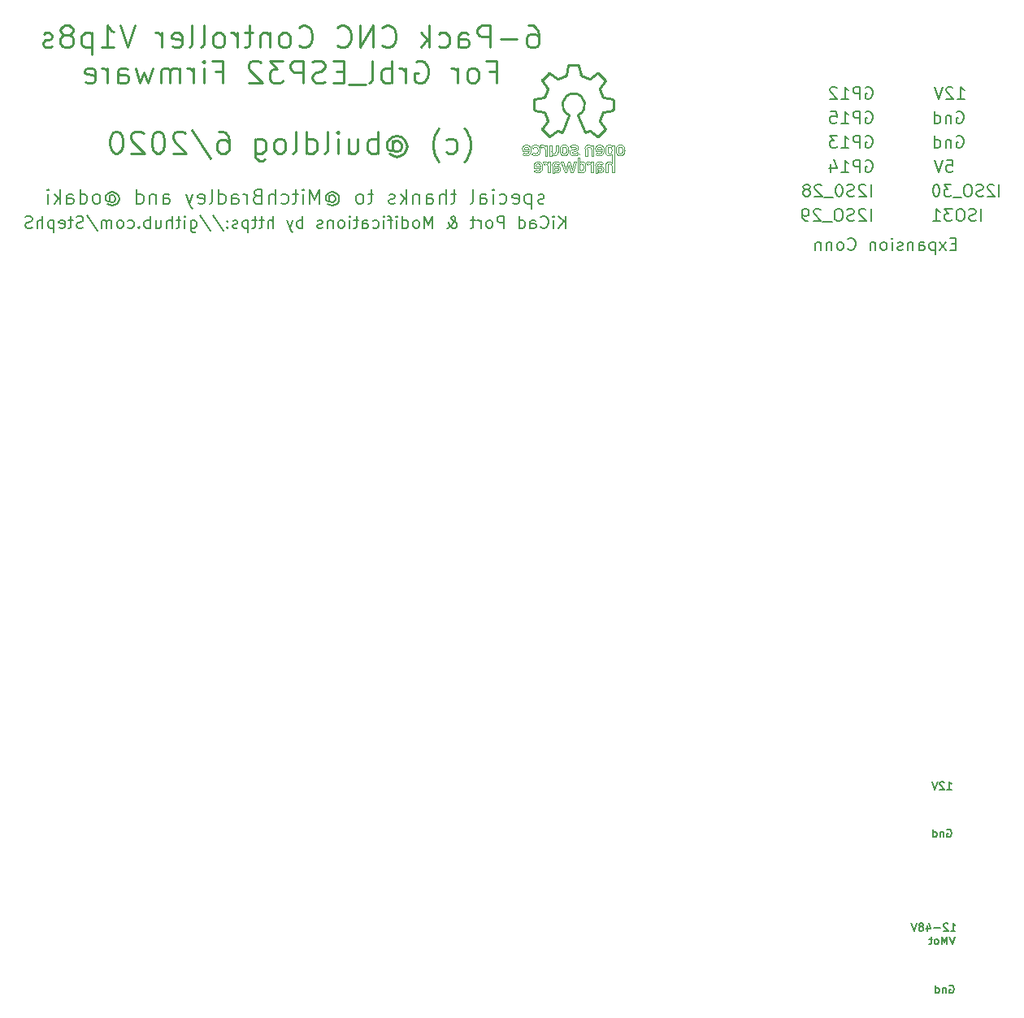
<source format=gbr>
%TF.GenerationSoftware,KiCad,Pcbnew,(5.99.0-13025-gf345eacf13)*%
%TF.CreationDate,2021-10-31T04:57:43-07:00*%
%TF.ProjectId,6_axis_I2S_v1p8s,365f6178-6973-45f4-9932-535f76317038,rev?*%
%TF.SameCoordinates,Original*%
%TF.FileFunction,Legend,Bot*%
%TF.FilePolarity,Positive*%
%FSLAX46Y46*%
G04 Gerber Fmt 4.6, Leading zero omitted, Abs format (unit mm)*
G04 Created by KiCad (PCBNEW (5.99.0-13025-gf345eacf13)) date 2021-10-31 04:57:43*
%MOMM*%
%LPD*%
G01*
G04 APERTURE LIST*
%ADD10C,0.076000*%
%ADD11C,0.254000*%
%ADD12C,0.152400*%
%ADD13C,0.177800*%
G04 APERTURE END LIST*
D10*
X167134366Y-53921000D02*
X167134366Y-53262000D01*
X165307366Y-55281000D02*
G75*
G03*
X165273366Y-55473000I481042J-184195D01*
G01*
X172343366Y-55303000D02*
G75*
G03*
X172268366Y-55234000I-137794J-74515D01*
G01*
X166100365Y-55204000D02*
G75*
G03*
X166035366Y-55130000I-273001J-174251D01*
G01*
X168335366Y-54368000D02*
G75*
G03*
X168451366Y-54379000I110423J547334D01*
G01*
D11*
X168635366Y-45992000D02*
X167804366Y-46336000D01*
D10*
X167510366Y-54096000D02*
G75*
G03*
X167556366Y-54021000I-141149J138177D01*
G01*
X164488366Y-54171000D02*
G75*
G03*
X164593366Y-54154000I4129J307256D01*
G01*
X172210366Y-55221000D02*
X172268366Y-55234000D01*
X171885366Y-54338000D02*
G75*
G03*
X172100366Y-54379000I213482J535261D01*
G01*
X168242366Y-53295000D02*
G75*
G03*
X168170366Y-53341000I307597J-560805D01*
G01*
X167863366Y-55793000D02*
G75*
G03*
X167853366Y-55737000I-124160J6721D01*
G01*
X171700366Y-54201000D02*
G75*
G03*
X171788366Y-54284000I406535J342874D01*
G01*
X169685366Y-53627000D02*
X169662366Y-53659000D01*
X167541366Y-55224000D02*
G75*
G03*
X167472366Y-55250000I33685J-193954D01*
G01*
X172513366Y-55169000D02*
G75*
G03*
X172361366Y-55046000I-307781J-224928D01*
G01*
X165850366Y-53457000D02*
G75*
G03*
X165782366Y-53380000I-303708J-199684D01*
G01*
X165436366Y-54379000D02*
G75*
G03*
X165618366Y-54347000I3707J512478D01*
G01*
X168672367Y-53646000D02*
G75*
G03*
X168629366Y-53552000I-255221J-59915D01*
G01*
X171262366Y-54366000D02*
X171485366Y-54366000D01*
X165898366Y-53555000D02*
G75*
G03*
X165850366Y-53457000I-424998J-147407D01*
G01*
X172772366Y-53531000D02*
G75*
G03*
X172760366Y-53642000I786952J-141225D01*
G01*
X166173366Y-55427000D02*
G75*
G03*
X166146366Y-55304000I-676453J-84027D01*
G01*
X172993366Y-55367000D02*
G75*
G03*
X172978366Y-55467000I282220J-93459D01*
G01*
X166719366Y-56124000D02*
X166941366Y-56124000D01*
X170702366Y-55092000D02*
X170862366Y-55284000D01*
X165715366Y-53815000D02*
G75*
G03*
X165697366Y-53665000I-566047J8154D01*
G01*
X170176366Y-55236001D02*
G75*
G03*
X170121366Y-55257000I38962J-184569D01*
G01*
X174526366Y-53712000D02*
X174529366Y-53813000D01*
X167139366Y-54249000D02*
G75*
G03*
X167262366Y-54347000I262525J203308D01*
G01*
X173036366Y-54369000D02*
G75*
G03*
X173130366Y-54379000I91504J413341D01*
G01*
X170408366Y-56127000D02*
G75*
G03*
X170489366Y-56097000I-68463J309198D01*
G01*
X164518366Y-53249000D02*
G75*
G03*
X164347366Y-53281000I-2310J-460548D01*
G01*
X173036366Y-53259000D02*
G75*
G03*
X172955366Y-53290000I70651J-305929D01*
G01*
X173415366Y-55467000D02*
X173415366Y-56124000D01*
X171158366Y-55284001D02*
G75*
G03*
X171009365Y-55229000I-148527J-173044D01*
G01*
X169369366Y-53259000D02*
G75*
G03*
X169256366Y-53290000I91199J-553890D01*
G01*
X170722366Y-53347000D02*
G75*
G03*
X170633366Y-53467000I191686J-235172D01*
G01*
X164063366Y-53715000D02*
X164063366Y-53898000D01*
X165203366Y-54042000D02*
X165203366Y-54042000D01*
X168170366Y-54288000D02*
G75*
G03*
X168242366Y-54334000I354149J474972D01*
G01*
X173268366Y-53478000D02*
G75*
G03*
X173197366Y-53471000I-67470J-320760D01*
G01*
X174015366Y-54288000D02*
G75*
G03*
X174087366Y-54334000I354149J474972D01*
G01*
X170371366Y-55256000D02*
G75*
G03*
X170316366Y-55236000I-91602J-166280D01*
G01*
X165818366Y-55233000D02*
G75*
G03*
X165727366Y-55216000I-88821J-223393D01*
G01*
X169665366Y-53271000D02*
G75*
G03*
X169504366Y-53249000I-156711J-546724D01*
G01*
X168629366Y-53552000D02*
G75*
G03*
X168556366Y-53491000I-145956J-100488D01*
G01*
D11*
X169974366Y-44960000D02*
G75*
G03*
X169922365Y-44916999I-52115J-10080D01*
G01*
D10*
X167234366Y-55200000D02*
G75*
G03*
X167211366Y-55279000I332179J-139559D01*
G01*
X167418366Y-55659000D02*
X167676366Y-55659000D01*
X172760366Y-53988000D02*
G75*
G03*
X172772366Y-54098000I789814J30506D01*
G01*
X169401366Y-53921000D02*
X169597366Y-53902000D01*
X174529366Y-53813000D02*
X174526366Y-53916000D01*
X173282366Y-55245000D02*
G75*
G03*
X173195366Y-55229000I-84886J-217032D01*
G01*
X169398366Y-54162000D02*
G75*
G03*
X169484366Y-54171000I83023J377948D01*
G01*
X167134366Y-53262000D02*
X166912366Y-53262000D01*
X168343366Y-55020000D02*
X168108366Y-55020000D01*
X168733366Y-53341000D02*
G75*
G03*
X168661366Y-53295000I-373759J-505667D01*
G01*
X172189366Y-56141001D02*
G75*
G03*
X172349366Y-56115000I-2100J518225D01*
G01*
X172133366Y-53249000D02*
G75*
G03*
X171963366Y-53281000I-1966J-457119D01*
G01*
X167717366Y-55476000D02*
X167418366Y-55476000D01*
X169118366Y-53815000D02*
G75*
G03*
X169062366Y-53918000I264235J-210386D01*
G01*
D11*
X172139366Y-47390000D02*
G75*
G03*
X172133365Y-47441000I44908J-31137D01*
G01*
D10*
X169256366Y-53290001D02*
G75*
G03*
X169070366Y-53399000I242516J-627033D01*
G01*
X171921366Y-53605000D02*
G75*
G03*
X171901366Y-53715000I342531J-119097D01*
G01*
X167203366Y-55372000D02*
X167203366Y-56128000D01*
D11*
X166699366Y-47441000D02*
X166354366Y-48272000D01*
D10*
X165211366Y-54325000D02*
G75*
G03*
X165317366Y-54366000I208636J381877D01*
G01*
X172151366Y-55008000D02*
G75*
G03*
X171969366Y-55027000I-14347J-743758D01*
G01*
X165455366Y-55822000D02*
X165294366Y-55959000D01*
X165436366Y-53249000D02*
G75*
G03*
X165317366Y-53263000I-193J-511118D01*
G01*
X173286366Y-53281000D02*
G75*
G03*
X173130366Y-53249000I-152021J-344850D01*
G01*
X173130366Y-53249000D02*
G75*
G03*
X173036366Y-53259000I-4103J-408233D01*
G01*
X167786366Y-54085000D02*
G75*
G03*
X167794366Y-53996000I-488193J88742D01*
G01*
X165039366Y-54189000D02*
G75*
G03*
X165211366Y-54325000I457486J401820D01*
G01*
X170609366Y-55150000D02*
G75*
G03*
X170489366Y-55048000I-298943J-230110D01*
G01*
X171130366Y-53487001D02*
G75*
G03*
X171042366Y-53471000I-85224J-218729D01*
G01*
X167687366Y-56141000D02*
G75*
G03*
X167848366Y-56115000I-1618J521496D01*
G01*
X172348367Y-54017000D02*
G75*
G03*
X172367366Y-53898000I-330225J113741D01*
G01*
X172542366Y-55937000D02*
G75*
G03*
X172567366Y-55804000I-311650J127430D01*
G01*
X164200366Y-53375001D02*
G75*
G03*
X164098366Y-53523000I273890J-297911D01*
G01*
X172353367Y-55845000D02*
G75*
G03*
X172365366Y-55793000I-100336J50538D01*
G01*
X169275366Y-53986000D02*
X169300366Y-53953000D01*
X173385366Y-54047000D02*
G75*
G03*
X173415366Y-53815000I-835529J225982D01*
G01*
X165802366Y-55912000D02*
G75*
G03*
X165886366Y-55861000I-83515J232229D01*
G01*
D11*
X172698366Y-46486000D02*
X171983366Y-45771000D01*
D10*
X173195366Y-55229001D02*
G75*
G03*
X173110366Y-55245000I-2077J-222750D01*
G01*
X172365366Y-55793000D02*
G75*
G03*
X172354366Y-55737000I-125900J4350D01*
G01*
X165960366Y-55473000D02*
G75*
G03*
X165941366Y-55363000I-352376J-4224D01*
G01*
X171948366Y-55877000D02*
X171932366Y-55842000D01*
X174191366Y-54138000D02*
G75*
G03*
X174296366Y-54158000I98381J230877D01*
G01*
X164891366Y-53446000D02*
G75*
G03*
X164826366Y-53372000I-268297J-170119D01*
G01*
D11*
X173552366Y-48548000D02*
G75*
G03*
X173509365Y-48495000I-53492J544D01*
G01*
D10*
X171042366Y-53471000D02*
G75*
G03*
X170957366Y-53487000I-1477J-225936D01*
G01*
X165886367Y-55861001D02*
G75*
G03*
X165942366Y-55775000I-146624J156708D01*
G01*
X166430366Y-55243000D02*
G75*
G03*
X166357366Y-55284000I102713J-268368D01*
G01*
X174475366Y-54077000D02*
G75*
G03*
X174518366Y-53984000I-201507J149610D01*
G01*
X170814366Y-55028000D02*
G75*
G03*
X170702366Y-55092000I149506J-391638D01*
G01*
X169672366Y-55020000D02*
X169437366Y-55020000D01*
X174632366Y-54239000D02*
G75*
G03*
X174724366Y-54081000I-315638J289573D01*
G01*
X170159366Y-55043000D02*
G75*
G03*
X170028366Y-55138000I280814J-525049D01*
G01*
X171258366Y-53380000D02*
G75*
G03*
X171135366Y-53282000I-261525J-202052D01*
G01*
X170245366Y-55229000D02*
G75*
G03*
X170176366Y-55236000I-3334J-310713D01*
G01*
X165618366Y-53282001D02*
G75*
G03*
X165436366Y-53249000I-180170J-475281D01*
G01*
X168684366Y-53813000D02*
X168681366Y-53916000D01*
X174506366Y-53295000D02*
G75*
G03*
X174413366Y-53260000I-160533J-285500D01*
G01*
D11*
X169905366Y-50115001D02*
G75*
G03*
X169878365Y-50182999I21926J-48066D01*
G01*
D10*
X170672366Y-55289000D02*
G75*
G03*
X170609366Y-55150000I-319475J-61022D01*
G01*
X168066366Y-55804000D02*
G75*
G03*
X168044366Y-55677000I-358242J3347D01*
G01*
X169284366Y-53720001D02*
G75*
G03*
X169217366Y-53741000I73094J-350588D01*
G01*
X167211366Y-55279000D02*
G75*
G03*
X167203366Y-55372000I537146J-93051D01*
G01*
X164682366Y-53524000D02*
G75*
G03*
X164609366Y-53475000I-154495J-151289D01*
G01*
X174296366Y-54379000D02*
G75*
G03*
X174413366Y-54368000I6488J558715D01*
G01*
X168878366Y-53548000D02*
G75*
G03*
X168787366Y-53390000I-406679J-129021D01*
G01*
X169281366Y-54091000D02*
G75*
G03*
X169328366Y-54135000I104801J64844D01*
G01*
X165927366Y-53956000D02*
G75*
G03*
X165937366Y-53815000I-943050J137737D01*
G01*
X165564366Y-55282000D02*
G75*
G03*
X165514366Y-55363000I159303J-154268D01*
G01*
X167660366Y-55933000D02*
G75*
G03*
X167753366Y-55922000I6540J343339D01*
G01*
X173322366Y-54130000D02*
G75*
G03*
X173385365Y-54047000I-68344J117284D01*
G01*
D11*
X173509366Y-49611000D02*
G75*
G03*
X173552365Y-49559000I-9928J51988D01*
G01*
D10*
X173848366Y-53970000D02*
G75*
G03*
X173869366Y-54081000I576742J51626D01*
G01*
X168681366Y-53712000D02*
X168684366Y-53813000D01*
X172429366Y-54269001D02*
G75*
G03*
X172499366Y-54200000I-160899J233238D01*
G01*
X172763366Y-55302000D02*
G75*
G03*
X172756366Y-55390000I472567J-81869D01*
G01*
X171974366Y-55250001D02*
G75*
G03*
X171933366Y-55295000I60817J-96589D01*
G01*
X169070366Y-53399000D02*
X169208366Y-53561000D01*
X164270366Y-54338000D02*
G75*
G03*
X164484366Y-54379000I212998J532760D01*
G01*
X170957366Y-53487000D02*
G75*
G03*
X170887366Y-53534000I79188J-193569D01*
G01*
X173848366Y-53658000D02*
G75*
G03*
X173842366Y-53813000I1499813J-135674D01*
G01*
X171096366Y-55040000D02*
G75*
G03*
X170933366Y-55007000I-157100J-356915D01*
G01*
X169988366Y-54182000D02*
X169832366Y-54029000D01*
X168012366Y-55169000D02*
G75*
G03*
X167859366Y-55046000I-308344J-226891D01*
G01*
X172133366Y-53458000D02*
G75*
G03*
X172044366Y-53475000I-1084J-235798D01*
G01*
X173072366Y-53498000D02*
G75*
G03*
X173009365Y-53579000I65069J-115610D01*
G01*
X172092366Y-56134000D02*
G75*
G03*
X172189366Y-56141000I93799J624221D01*
G01*
X168672366Y-53646000D02*
X168681366Y-53712000D01*
D11*
X171983366Y-45771000D02*
G75*
G03*
X171916364Y-45764000I-37730J-36981D01*
G01*
D10*
X168451366Y-53471000D02*
G75*
G03*
X168346366Y-53491000I-6362J-252226D01*
G01*
X167977366Y-55572000D02*
G75*
G03*
X167868366Y-55501000I-202223J-191285D01*
G01*
X167446366Y-55877000D02*
X167430366Y-55842000D01*
X172140366Y-55216000D02*
G75*
G03*
X172043366Y-55224000I-11995J-446631D01*
G01*
X167794366Y-53996000D02*
X167794366Y-53996000D01*
D11*
X166315366Y-48304000D02*
X165323366Y-48495000D01*
X172517366Y-49803001D02*
G75*
G03*
X172478366Y-49835000I10220J-52221D01*
G01*
D10*
X167572366Y-53262000D02*
X167572366Y-53921000D01*
X173415366Y-53378000D02*
G75*
G03*
X173286366Y-53281000I-293598J-256177D01*
G01*
X174752366Y-53813000D02*
G75*
G03*
X174745366Y-53658000I-1519050J9055D01*
G01*
X165782366Y-54249000D02*
G75*
G03*
X165850366Y-54173000I-231034J275135D01*
G01*
X172261366Y-55670000D02*
G75*
G03*
X172178366Y-55659000I-90659J-365425D01*
G01*
X165427366Y-54158000D02*
G75*
G03*
X165553366Y-54137000I8341J338451D01*
G01*
X171704366Y-56128000D02*
X171919366Y-56128000D01*
X172354367Y-55737000D02*
G75*
G03*
X172320366Y-55695000I-94651J-41860D01*
G01*
X165693366Y-56137000D02*
G75*
G03*
X165861366Y-56110000I1059J529572D01*
G01*
X166703366Y-55356000D02*
G75*
G03*
X166653366Y-55284000I-158478J-56693D01*
G01*
D11*
X171983366Y-52335000D02*
X172698366Y-51620000D01*
D10*
X171446366Y-56124000D02*
X171446366Y-56124000D01*
X174745366Y-53658000D02*
G75*
G03*
X174724366Y-53548000I-557827J-49490D01*
G01*
X167818366Y-55695000D02*
G75*
G03*
X167759366Y-55670000I-96288J-145118D01*
G01*
X164751366Y-53715000D02*
X164751366Y-53715000D01*
D11*
X168858366Y-44960000D02*
X168667366Y-45952000D01*
D10*
X173960366Y-54239000D02*
G75*
G03*
X174015366Y-54288000I283870J263262D01*
G01*
X170408366Y-55017001D02*
G75*
G03*
X170313366Y-55007000I-91398J-412022D01*
G01*
X173353366Y-55292000D02*
G75*
G03*
X173282366Y-55245000I-146241J-143789D01*
G01*
X165782366Y-53380000D02*
G75*
G03*
X165618366Y-53282000I-365839J-425996D01*
G01*
X170313366Y-56137000D02*
G75*
G03*
X170408366Y-56127000I2794J429703D01*
G01*
X172298366Y-53524000D02*
G75*
G03*
X172224366Y-53475000I-154301J-152648D01*
G01*
X172291366Y-53280000D02*
G75*
G03*
X172133366Y-53249000I-158755J-390989D01*
G01*
X168899366Y-53658000D02*
G75*
G03*
X168878366Y-53548000I-564403J-50745D01*
G01*
X170633366Y-53467000D02*
G75*
G03*
X170610366Y-53544000I338261J-142975D01*
G01*
X168003366Y-53658000D02*
G75*
G03*
X167996366Y-53813000I1499354J-145371D01*
G01*
X169044367Y-54040000D02*
G75*
G03*
X169077366Y-54184000I305058J-5872D01*
G01*
X169328366Y-54135000D02*
G75*
G03*
X169398366Y-54162000I124226J217827D01*
G01*
X171827366Y-55087000D02*
G75*
G03*
X171736366Y-55200000I148881J-213037D01*
G01*
X164937366Y-53546000D02*
G75*
G03*
X164891366Y-53446000I-419587J-132430D01*
G01*
D11*
X170578366Y-51899000D02*
G75*
G03*
X170648365Y-51928000I49447J20372D01*
G01*
X167804366Y-51771000D02*
X168184366Y-51928000D01*
D10*
X169597366Y-53902000D02*
G75*
G03*
X169723366Y-53874000I-28761J426922D01*
G01*
X165203366Y-54042000D02*
X165039366Y-54189000D01*
X166660366Y-53262000D02*
X166438366Y-53262000D01*
X169225366Y-55793000D02*
X169221366Y-55793000D01*
X170028366Y-56124000D02*
X170028366Y-56009000D01*
D11*
X165323366Y-48495000D02*
G75*
G03*
X165280365Y-48548000I10666J-52598D01*
G01*
D10*
X165317366Y-53263000D02*
G75*
G03*
X165211366Y-53303000I98374J-421143D01*
G01*
X172589367Y-53818000D02*
G75*
G03*
X172580366Y-53669000I-1104258J8071D01*
G01*
X167841366Y-55303000D02*
G75*
G03*
X167766366Y-55234000I-137845J-74570D01*
G01*
X165942366Y-55775000D02*
G75*
G03*
X165960366Y-55656000I-335110J111550D01*
G01*
D11*
X170165366Y-45952000D02*
X169974366Y-44960000D01*
D10*
X170603366Y-53632000D02*
X170603366Y-54366000D01*
X173130366Y-54379001D02*
G75*
G03*
X173285366Y-54344000I5526J336241D01*
G01*
X174117366Y-53552000D02*
G75*
G03*
X174075366Y-53646000I239970J-163604D01*
G01*
X168733366Y-54288001D02*
G75*
G03*
X168787366Y-54239000I-230059J307789D01*
G01*
X171963366Y-53281000D02*
G75*
G03*
X171815366Y-53375000I177206J-442516D01*
G01*
X168892366Y-55352000D02*
X169123366Y-56124000D01*
X168272366Y-54077000D02*
G75*
G03*
X168346366Y-54138000I149473J105943D01*
G01*
X164484366Y-54379001D02*
G75*
G03*
X164652366Y-54352000I1563J526437D01*
G01*
X172361366Y-55046000D02*
G75*
G03*
X172263366Y-55017000I-171530J-399567D01*
G01*
X164246366Y-54064000D02*
X164085366Y-54201000D01*
D11*
X173509366Y-48495000D02*
X172517366Y-48304000D01*
D10*
X172267366Y-54352000D02*
G75*
G03*
X172429366Y-54269000I-212180J613728D01*
G01*
X169594366Y-53468001D02*
G75*
G03*
X169504366Y-53458000I-85055J-355491D01*
G01*
D11*
X169905366Y-50115000D02*
G75*
G03*
X168927367Y-50115000I-489000J1062421D01*
G01*
D10*
X171262366Y-53380000D02*
X171258366Y-53380000D01*
X171919366Y-55740000D02*
X171919366Y-55659000D01*
X170316366Y-55236001D02*
G75*
G03*
X170245366Y-55229000I-68611J-332333D01*
G01*
X171704366Y-55372000D02*
X171704366Y-56128000D01*
X173285366Y-54344000D02*
G75*
G03*
X173415366Y-54249000I-252530J482013D01*
G01*
X168024367Y-54081000D02*
G75*
G03*
X168115366Y-54239000I404776J127925D01*
G01*
X170434366Y-55337000D02*
G75*
G03*
X170371365Y-55256000I-127532J-34192D01*
G01*
D11*
X166134366Y-51620000D02*
X166849366Y-52335000D01*
D10*
X164359366Y-54144000D02*
G75*
G03*
X164488366Y-54171000I127858J289211D01*
G01*
X172367366Y-53715000D02*
G75*
G03*
X172348366Y-53605000I-353525J-4423D01*
G01*
X171224366Y-55460000D02*
X171224366Y-56124000D01*
D11*
X166354366Y-49835000D02*
X166699366Y-50666000D01*
D10*
X171919366Y-55740000D02*
X171919366Y-55740000D01*
X172140366Y-55216000D02*
X172210366Y-55221000D01*
X168115366Y-54239000D02*
G75*
G03*
X168170366Y-54288000I280637J259634D01*
G01*
X170688366Y-55571000D02*
G75*
G03*
X170684366Y-55399000I-3116424J13571D01*
G01*
X168809366Y-55020000D02*
X168559366Y-55793000D01*
X166173366Y-55732000D02*
G75*
G03*
X166183366Y-55576000I-1104941J149150D01*
G01*
D11*
X171916366Y-52341999D02*
G75*
G03*
X171983365Y-52334999I29270J43979D01*
G01*
D10*
X171485366Y-54366000D02*
X171485366Y-54366000D01*
X164609366Y-53475000D02*
G75*
G03*
X164518366Y-53458000I-89552J-227308D01*
G01*
X165850366Y-54173000D02*
G75*
G03*
X165898366Y-54075000I-367058J240538D01*
G01*
X165697366Y-55929000D02*
G75*
G03*
X165802366Y-55912000I4655J304011D01*
G01*
X172756366Y-56124000D02*
X172978366Y-56124000D01*
X169825366Y-53812000D02*
G75*
G03*
X169893365Y-53716000I-167485J190717D01*
G01*
X172016366Y-56114000D02*
G75*
G03*
X172092366Y-56134000I121114J305836D01*
G01*
D11*
X169878366Y-50183000D02*
X170578366Y-51899000D01*
D10*
X173960366Y-53390000D02*
G75*
G03*
X173869366Y-53548000I313825J-285954D01*
G01*
D11*
X166849366Y-45771000D02*
X166134366Y-46486000D01*
D10*
X167418366Y-56128000D02*
X167418366Y-56128000D01*
X171788366Y-54284000D02*
G75*
G03*
X171885366Y-54338000I255020J343972D01*
G01*
X169319366Y-56124000D02*
X169672366Y-55020000D01*
X166591366Y-55040000D02*
G75*
G03*
X166427366Y-55007000I-157630J-359357D01*
G01*
X170609365Y-55995000D02*
G75*
G03*
X170672365Y-55856000I-249350J196791D01*
G01*
X167759366Y-55670000D02*
G75*
G03*
X167676366Y-55659000I-90724J-365912D01*
G01*
X174066366Y-53713000D02*
X174075366Y-53646000D01*
D11*
X166127366Y-51553000D02*
G75*
G03*
X166134366Y-51620000I43930J-29276D01*
G01*
D10*
X166912366Y-53262000D02*
X166912366Y-54366000D01*
X165305366Y-54129000D02*
G75*
G03*
X165427366Y-54158000I119798J232859D01*
G01*
D11*
X172478366Y-48272000D02*
X172133366Y-47441000D01*
D10*
X164347366Y-53281000D02*
G75*
G03*
X164200366Y-53375000I178432J-440981D01*
G01*
X170157366Y-56105000D02*
G75*
G03*
X170313366Y-56137000I152310J346265D01*
G01*
D11*
X166699366Y-47441000D02*
G75*
G03*
X166694365Y-47389999I-49845J20858D01*
G01*
D10*
X168217366Y-53815000D02*
X168217366Y-53815000D01*
X167418366Y-55476000D02*
X167418366Y-55359000D01*
X167352366Y-54158001D02*
G75*
G03*
X167439366Y-54142000I1734J235102D01*
G01*
X174724366Y-53548000D02*
G75*
G03*
X174632366Y-53390000I-407755J-131642D01*
G01*
D11*
X166134366Y-46486000D02*
G75*
G03*
X166127365Y-46554000I37533J-38225D01*
G01*
D10*
X168024366Y-53548000D02*
G75*
G03*
X168003366Y-53658000I533472J-158850D01*
G01*
X174526366Y-53916000D02*
X174518366Y-53984000D01*
X171713366Y-53523000D02*
G75*
G03*
X171679366Y-53715000I479776J-183971D01*
G01*
X171713366Y-55279000D02*
G75*
G03*
X171704366Y-55372000I545733J-99749D01*
G01*
D11*
X165280366Y-48548000D02*
X165280366Y-49559000D01*
D10*
X166183366Y-55576000D02*
G75*
G03*
X166173366Y-55427000I-1112241J188D01*
G01*
X173415366Y-54249000D02*
X173415366Y-55138000D01*
X172978367Y-53815000D02*
G75*
G03*
X173009366Y-54051000I844162J-9151D01*
G01*
X172208366Y-54154000D02*
G75*
G03*
X172293366Y-54103000I-81431J232051D01*
G01*
D11*
X168911366Y-44917000D02*
G75*
G03*
X168858365Y-44960000I-445J-53615D01*
G01*
D10*
X174296366Y-53249000D02*
G75*
G03*
X174180366Y-53260000I-7539J-537639D01*
G01*
X173638366Y-53262000D02*
X173415366Y-53262000D01*
X164814366Y-54269000D02*
G75*
G03*
X164884366Y-54200000I-159329J231645D01*
G01*
X172316366Y-55889000D02*
G75*
G03*
X172353366Y-55845000I-87918J111487D01*
G01*
X171224366Y-56124000D02*
X171446366Y-56124000D01*
X165618366Y-54347000D02*
G75*
G03*
X165782366Y-54249000I-203134J526162D01*
G01*
X173638366Y-56124000D02*
X173638366Y-53262000D01*
X174578366Y-54288001D02*
G75*
G03*
X174632366Y-54239000I-230059J307789D01*
G01*
X174518367Y-53646000D02*
G75*
G03*
X174475366Y-53552000I-256640J-60564D01*
G01*
X173415366Y-56124000D02*
X173638366Y-56124000D01*
X171485366Y-53262000D02*
X171262366Y-53262000D01*
X165479366Y-56096000D02*
G75*
G03*
X165693366Y-56137000I212956J532540D01*
G01*
X172162366Y-55933000D02*
G75*
G03*
X172254366Y-55922000I6050J339620D01*
G01*
X164677366Y-54103000D02*
G75*
G03*
X164733366Y-54017000I-144392J155254D01*
G01*
X168787366Y-53390000D02*
G75*
G03*
X168733366Y-53341000I-303205J-279889D01*
G01*
X173400365Y-55367000D02*
G75*
G03*
X173353365Y-55292000I-189751J-66685D01*
G01*
X167196366Y-54096000D02*
G75*
G03*
X167266366Y-54142000I145286J144827D01*
G01*
X172100366Y-54379000D02*
G75*
G03*
X172267366Y-54352000I1047J523484D01*
G01*
X173415366Y-55138000D02*
X173411366Y-55138000D01*
X172044366Y-53475001D02*
G75*
G03*
X171971366Y-53524000I81626J-200485D01*
G01*
X168108366Y-55020000D02*
X168461366Y-56124000D01*
X167418366Y-55740000D02*
G75*
G03*
X167430366Y-55842000I342107J-11458D01*
G01*
X173127366Y-53478000D02*
G75*
G03*
X173072366Y-53498000I35291J-182676D01*
G01*
X170028366Y-56009000D02*
G75*
G03*
X170157366Y-56105000I292944J258972D01*
G01*
X174066366Y-53918000D02*
X174063366Y-53815000D01*
X172786366Y-55225000D02*
G75*
G03*
X172763366Y-55302000I328228J-139978D01*
G01*
X166941366Y-56124000D02*
X166941366Y-56124000D01*
X167134366Y-53921000D02*
G75*
G03*
X167150366Y-54021000I298340J-3546D01*
G01*
X168657366Y-56124000D02*
X168888366Y-55352000D01*
X169123366Y-56124000D02*
X169319366Y-56124000D01*
D11*
X166354366Y-49835000D02*
G75*
G03*
X166315366Y-49802999I-49329J-20353D01*
G01*
D10*
X168040367Y-55937000D02*
G75*
G03*
X168066366Y-55804000I-311151J129867D01*
G01*
X173124366Y-55007000D02*
G75*
G03*
X172997366Y-55031000I-999J-342740D01*
G01*
X169300366Y-53953000D02*
X169342366Y-53932000D01*
D11*
X165280366Y-49559000D02*
G75*
G03*
X165323365Y-49611000I53099J130D01*
G01*
D10*
X168906366Y-53813000D02*
G75*
G03*
X168899366Y-53658000I-1518966J9059D01*
G01*
X171446366Y-56124000D02*
X171446366Y-55020000D01*
X167134366Y-54249000D02*
X167139366Y-54249000D01*
X166421366Y-53598000D02*
G75*
G03*
X166371366Y-53526000I-157730J-56173D01*
G01*
X173415367Y-53815000D02*
G75*
G03*
X173385366Y-53583000I-869420J5514D01*
G01*
X174413366Y-54368001D02*
G75*
G03*
X174506366Y-54334000I-66816J326951D01*
G01*
D11*
X166127366Y-46554000D02*
X166694366Y-47390000D01*
D10*
X169501366Y-54379000D02*
G75*
G03*
X169761366Y-54330000I5179J686814D01*
G01*
X165409366Y-55133000D02*
G75*
G03*
X165307366Y-55281000I273925J-297935D01*
G01*
X165317366Y-54366000D02*
G75*
G03*
X165436366Y-54379000I114048J492832D01*
G01*
X168787366Y-54239000D02*
G75*
G03*
X168878366Y-54081000I-315562J286953D01*
G01*
X174475366Y-53552000D02*
G75*
G03*
X174402366Y-53491000I-144847J-99161D01*
G01*
D11*
X173552366Y-49559000D02*
X173552366Y-48548000D01*
D10*
X167761366Y-55017000D02*
G75*
G03*
X167649366Y-55008000I-101546J-562286D01*
G01*
X166941366Y-55020000D02*
X166719366Y-55020000D01*
X171220366Y-55138000D02*
G75*
G03*
X171096366Y-55040000I-262537J-204741D01*
G01*
X164098366Y-53523000D02*
G75*
G03*
X164063366Y-53715000I478373J-186394D01*
G01*
X164172366Y-54284000D02*
G75*
G03*
X164270366Y-54338000I253671J344441D01*
G01*
X171262366Y-53709000D02*
X171262366Y-54366000D01*
X172348366Y-53605000D02*
G75*
G03*
X172298366Y-53524000I-207692J-72273D01*
G01*
X171919366Y-56128000D02*
X171919366Y-56128000D01*
X164884366Y-54200000D02*
G75*
G03*
X164934366Y-54101000I-325103J226319D01*
G01*
X164934366Y-54101000D02*
G75*
G03*
X164964366Y-53974000I-623637J214359D01*
G01*
X171679366Y-53715000D02*
X171679366Y-53898000D01*
X169761366Y-54330000D02*
G75*
G03*
X169988366Y-54182000I-281587J679976D01*
G01*
X172772366Y-54098000D02*
G75*
G03*
X172834366Y-54237000I323575J61001D01*
G01*
X172580366Y-53669000D02*
G75*
G03*
X172552366Y-53546000I-671560J-88189D01*
G01*
X169504366Y-53458000D02*
G75*
G03*
X169344366Y-53487000I-6797J-418384D01*
G01*
X165568366Y-55902000D02*
G75*
G03*
X165697366Y-55929000I128032J290045D01*
G01*
X168556366Y-53491000D02*
G75*
G03*
X168451366Y-53471000I-98471J-231345D01*
G01*
X174296366Y-54158000D02*
G75*
G03*
X174402366Y-54138000I6761J255062D01*
G01*
X164751366Y-53715000D02*
G75*
G03*
X164732366Y-53605000I-356091J-4866D01*
G01*
X168661366Y-53295000D02*
G75*
G03*
X168568366Y-53260000I-160252J-284756D01*
G01*
D11*
X166694366Y-50716000D02*
X166127366Y-51553000D01*
D10*
X169797366Y-53335000D02*
G75*
G03*
X169665366Y-53271000I-247859J-343084D01*
G01*
X166093367Y-55958000D02*
G75*
G03*
X166143366Y-55859000I-333430J230524D01*
G01*
X169693366Y-53592000D02*
X169685366Y-53627000D01*
X172218366Y-55476000D02*
X171919366Y-55476000D01*
X167859366Y-55046000D02*
G75*
G03*
X167761366Y-55017000I-171059J-397975D01*
G01*
X165211366Y-53303000D02*
G75*
G03*
X165039366Y-53440000I291803J-542823D01*
G01*
X168335366Y-53260001D02*
G75*
G03*
X168242366Y-53295000I69184J-324889D01*
G01*
X170028366Y-55138000D02*
X170028366Y-54574000D01*
X168220366Y-53918000D02*
X168217366Y-53815000D01*
X167266366Y-54142000D02*
G75*
G03*
X167352366Y-54158000I84178J213336D01*
G01*
X172875366Y-55105000D02*
G75*
G03*
X172786366Y-55225000I191890J-235323D01*
G01*
X174087366Y-54334000D02*
G75*
G03*
X174180366Y-54368000I161220J296793D01*
G01*
X164518366Y-53458000D02*
G75*
G03*
X164429366Y-53475000I-1084J-235798D01*
G01*
X170434366Y-55808000D02*
G75*
G03*
X170465366Y-55571000I-810321J226518D01*
G01*
X170059366Y-55341000D02*
G75*
G03*
X170028366Y-55571000I817950J-227335D01*
G01*
X172506366Y-53446000D02*
G75*
G03*
X172442366Y-53372000I-270227J-169034D01*
G01*
X166438367Y-53702000D02*
G75*
G03*
X166421366Y-53598000I-293025J5491D01*
G01*
X166504366Y-55229000D02*
G75*
G03*
X166430366Y-55243000I1648J-211287D01*
G01*
D11*
X169922366Y-44917000D02*
X168911366Y-44917000D01*
D10*
X168899366Y-53970000D02*
G75*
G03*
X168906366Y-53813000I-1554921J147983D01*
G01*
X170840366Y-53609000D02*
G75*
G03*
X170825366Y-53709000I281309J-93322D01*
G01*
X165306366Y-53500000D02*
G75*
G03*
X165203366Y-53587000I154998J-287976D01*
G01*
X169177366Y-54291000D02*
G75*
G03*
X169325366Y-54357000I276983J422174D01*
G01*
X173842366Y-53813000D02*
G75*
G03*
X173848366Y-53970000I1548440J-19439D01*
G01*
X169806366Y-56124000D02*
X170028366Y-56124000D01*
X169547366Y-53696000D02*
X169364366Y-53709000D01*
X171919366Y-56128000D02*
X171919366Y-56031000D01*
X164085366Y-54201000D02*
G75*
G03*
X164172366Y-54284000I406182J338661D01*
G01*
X166438366Y-54366000D02*
X166660366Y-54366000D01*
X165891365Y-55282000D02*
G75*
G03*
X165818366Y-55233000I-153956J-150486D01*
G01*
X167591366Y-56134000D02*
G75*
G03*
X167687366Y-56141000I93125J615368D01*
G01*
D11*
X170648366Y-51928000D02*
X171028366Y-51771000D01*
D10*
X171679366Y-53898000D02*
X172367366Y-53898000D01*
X170603366Y-54366000D02*
X170825366Y-54366000D01*
X167853366Y-55737000D02*
G75*
G03*
X167818366Y-55695000I-96573J-44894D01*
G01*
X168242366Y-54334000D02*
G75*
G03*
X168335366Y-54368000I161509J297583D01*
G01*
X167848366Y-56115001D02*
G75*
G03*
X167964366Y-56044000I-96586J288062D01*
G01*
X166941366Y-56124000D02*
X166941366Y-55020000D01*
D11*
X171028366Y-46336000D02*
X170197366Y-45992000D01*
D10*
X172997366Y-55031000D02*
G75*
G03*
X172875366Y-55105000I175823J-427440D01*
G01*
X165941366Y-55363000D02*
G75*
G03*
X165891366Y-55282000I-208542J-72798D01*
G01*
X166438366Y-53702000D02*
X166438366Y-54366000D01*
X166309366Y-55028000D02*
G75*
G03*
X166197366Y-55092000I150681J-393693D01*
G01*
X173268366Y-54151001D02*
G75*
G03*
X173322366Y-54130000I-39324J181047D01*
G01*
X174506366Y-54334000D02*
G75*
G03*
X174578366Y-54288000I-278721J515605D01*
G01*
X168629366Y-54077000D02*
G75*
G03*
X168672366Y-53984000I-201507J149610D01*
G01*
X165885366Y-55038000D02*
G75*
G03*
X165727366Y-55007000I-158670J-390559D01*
G01*
X173411366Y-55138000D02*
G75*
G03*
X173288366Y-55040000I-262872J-203742D01*
G01*
X167150366Y-54021000D02*
G75*
G03*
X167196366Y-54096000I187661J63492D01*
G01*
D11*
X166916366Y-52342000D02*
X167753366Y-51776000D01*
D10*
X170684366Y-55399000D02*
G75*
G03*
X170672366Y-55289000I-815386J-33297D01*
G01*
X172579366Y-53974000D02*
G75*
G03*
X172589366Y-53818000I-1105835J149207D01*
G01*
X173040366Y-55292000D02*
G75*
G03*
X172993366Y-55367000I142751J-141685D01*
G01*
X174180366Y-54368000D02*
G75*
G03*
X174296366Y-54379000I110436J547466D01*
G01*
X169437366Y-55020000D02*
X169225366Y-55793000D01*
X167469366Y-55900000D02*
X167446366Y-55877000D01*
X166371366Y-53526000D02*
G75*
G03*
X166223366Y-53471000I-148277J-172372D01*
G01*
X166715366Y-55138000D02*
G75*
G03*
X166591366Y-55040000I-262988J-205311D01*
G01*
X166035366Y-55130000D02*
G75*
G03*
X165885366Y-55038000I-364181J-425491D01*
G01*
X164732366Y-53605000D02*
G75*
G03*
X164682366Y-53524000I-207692J-72273D01*
G01*
X165898366Y-54075000D02*
G75*
G03*
X165927366Y-53956000I-594120J207819D01*
G01*
X170935366Y-55243000D02*
G75*
G03*
X170862366Y-55284000I104127J-270885D01*
G01*
X174296366Y-53471001D02*
G75*
G03*
X174191366Y-53491000I-6351J-252287D01*
G01*
X170844366Y-53273000D02*
G75*
G03*
X170722366Y-53347000I175008J-426095D01*
G01*
X169651366Y-53496000D02*
G75*
G03*
X169594366Y-53468000I-85181J-101387D01*
G01*
X171262366Y-53262000D02*
X171262366Y-53380000D01*
X166719366Y-55020000D02*
X166719366Y-55138000D01*
X173638366Y-56124000D02*
X173638366Y-56124000D01*
X170684366Y-55744000D02*
G75*
G03*
X170688366Y-55571000I-3171134J159867D01*
G01*
X174578366Y-53341000D02*
G75*
G03*
X174506366Y-53295000I-375778J-508827D01*
G01*
X166223366Y-53471000D02*
G75*
G03*
X166149366Y-53485000I1932J-212784D01*
G01*
X165960366Y-55473000D02*
X165960366Y-55473000D01*
X174075366Y-53984000D02*
G75*
G03*
X174117366Y-54077000I274080J67794D01*
G01*
X174117366Y-54077000D02*
G75*
G03*
X174191366Y-54138000I148925J105278D01*
G01*
X168971366Y-55020000D02*
X168809366Y-55020000D01*
X167418366Y-55740000D02*
X167418366Y-55659000D01*
X165273366Y-55473000D02*
X165273366Y-55656000D01*
X174180366Y-53260000D02*
G75*
G03*
X174087366Y-53295000I68894J-324120D01*
G01*
X167868366Y-55501000D02*
G75*
G03*
X167717366Y-55476000I-148730J-429808D01*
G01*
X167638366Y-55216000D02*
X167708366Y-55221000D01*
X171679366Y-53898000D02*
X171679366Y-53898000D01*
X167764366Y-54162000D02*
G75*
G03*
X167786366Y-54085000I-334832J137309D01*
G01*
X166197366Y-55092000D02*
X166357366Y-55284000D01*
X174191366Y-53491000D02*
G75*
G03*
X174117366Y-53552000I74718J-166028D01*
G01*
X166023366Y-56027001D02*
G75*
G03*
X166093366Y-55958000I-160899J233238D01*
G01*
X172955366Y-54339000D02*
G75*
G03*
X173036366Y-54369000I147743J274557D01*
G01*
X167418366Y-56031000D02*
X167422366Y-56031000D01*
X167439366Y-54142000D02*
G75*
G03*
X167510366Y-54096000I-74294J192463D01*
G01*
D11*
X172139366Y-47390000D02*
X172705366Y-46554000D01*
D10*
X166719366Y-55138000D02*
X166715366Y-55138000D01*
X168451366Y-54158000D02*
G75*
G03*
X168556366Y-54138000I6261J252750D01*
G01*
X169806366Y-54574000D02*
X169806366Y-56124000D01*
X166719366Y-55460000D02*
X166719366Y-56124000D01*
X166438366Y-53380000D02*
X166434366Y-53380000D01*
X168681366Y-53916000D02*
X168672366Y-53984000D01*
D11*
X172705366Y-46554000D02*
G75*
G03*
X172698365Y-46486000I-44604J29768D01*
G01*
D10*
X170121366Y-55257000D02*
G75*
G03*
X170059366Y-55341000I71213J-117443D01*
G01*
X169217366Y-53741000D02*
G75*
G03*
X169118366Y-53815000I95384J-230832D01*
G01*
X174075366Y-53984000D02*
X174066366Y-53918000D01*
X168657366Y-56124000D02*
X168657366Y-56124000D01*
X171224366Y-55460000D02*
G75*
G03*
X171208366Y-55356000I-294448J7931D01*
G01*
X173127366Y-54151000D02*
G75*
G03*
X173197366Y-54158000I68516J331660D01*
G01*
X171135366Y-53282000D02*
G75*
G03*
X170971366Y-53249000I-157876J-360576D01*
G01*
X171974366Y-54144000D02*
G75*
G03*
X172104366Y-54171000I128437J291941D01*
G01*
X164305366Y-53605000D02*
G75*
G03*
X164285366Y-53715000I342570J-119104D01*
G01*
X174518366Y-53646000D02*
X174526366Y-53712000D01*
X164675366Y-53280000D02*
G75*
G03*
X164518366Y-53249000I-158204J-388162D01*
G01*
X172043366Y-55224000D02*
G75*
G03*
X171974366Y-55250000I33922J-194583D01*
G01*
X170887366Y-53534000D02*
G75*
G03*
X170840366Y-53609000I142228J-141357D01*
G01*
X167467366Y-55027000D02*
G75*
G03*
X167325366Y-55087000I99714J-434025D01*
G01*
X167674366Y-54282000D02*
G75*
G03*
X167764366Y-54162000I-190494J236619D01*
G01*
X168461366Y-56124000D02*
X168657366Y-56124000D01*
X168003366Y-53970000D02*
G75*
G03*
X168024366Y-54081000I563508J49123D01*
G01*
D11*
X172698366Y-51620000D02*
G75*
G03*
X172705366Y-51553000I-36999J37731D01*
G01*
X170165366Y-45952000D02*
G75*
G03*
X170197365Y-45991999I53047J9638D01*
G01*
X172478366Y-48272000D02*
G75*
G03*
X172517365Y-48304000I49138J20121D01*
G01*
D10*
X170971366Y-53249000D02*
G75*
G03*
X170844366Y-53273000I-1302J-341134D01*
G01*
D11*
X172517366Y-49803000D02*
X173509366Y-49611000D01*
D10*
X169266366Y-54029000D02*
G75*
G03*
X169281366Y-54091000I121056J-3527D01*
G01*
X165643366Y-54072000D02*
G75*
G03*
X165697366Y-53965000I-219052J177675D01*
G01*
X171200366Y-53534000D02*
G75*
G03*
X171130366Y-53487000I-147448J-143975D01*
G01*
X168661366Y-54334000D02*
G75*
G03*
X168733366Y-54288000I-288260J530537D01*
G01*
X170313366Y-55007000D02*
G75*
G03*
X170159366Y-55043000I-4741J-327112D01*
G01*
X170672366Y-55856000D02*
G75*
G03*
X170684366Y-55744000I-827960J145352D01*
G01*
D11*
X168184366Y-51928000D02*
G75*
G03*
X168254365Y-51899000I20552J49372D01*
G01*
D10*
X167325366Y-55086999D02*
G75*
G03*
X167234365Y-55200000I149905J-213864D01*
G01*
D11*
X166694366Y-50716000D02*
G75*
G03*
X166699365Y-50666000I-43916J29641D01*
G01*
D10*
X166146366Y-55304000D02*
G75*
G03*
X166100366Y-55204000I-422932J-133969D01*
G01*
X165381366Y-56042000D02*
G75*
G03*
X165479366Y-56096000I255389J347559D01*
G01*
X173869366Y-53548000D02*
G75*
G03*
X173848366Y-53658000I546501J-161337D01*
G01*
X168559366Y-55793000D02*
X168555366Y-55793000D01*
X168888366Y-55352000D02*
X168892366Y-55352000D01*
X170465366Y-55571000D02*
G75*
G03*
X170434366Y-55337000I-832102J8817D01*
G01*
X174063366Y-53815000D02*
X174066366Y-53713000D01*
X169484366Y-54171000D02*
G75*
G03*
X169673366Y-54135000I3412J496209D01*
G01*
X173322366Y-53499000D02*
G75*
G03*
X173268366Y-53478000I-92028J-156714D01*
G01*
X172046366Y-55926000D02*
G75*
G03*
X172162366Y-55933000I95916J624836D01*
G01*
X165643366Y-53557000D02*
G75*
G03*
X165553366Y-53493000I-169173J-142618D01*
G01*
X167552366Y-54355000D02*
G75*
G03*
X167674366Y-54282000I-169097J421045D01*
G01*
X174632366Y-53390000D02*
G75*
G03*
X174578366Y-53341000I-295750J-271673D01*
G01*
X172320366Y-55695000D02*
G75*
G03*
X172261366Y-55670000I-95799J-143965D01*
G01*
X169547366Y-53696000D02*
G75*
G03*
X169618366Y-53684000I-15919J310228D01*
G01*
X171970366Y-55900000D02*
G75*
G03*
X172046366Y-55926000I104624J181747D01*
G01*
X164355366Y-53524000D02*
G75*
G03*
X164305366Y-53605000I161104J-155380D01*
G01*
X170610366Y-53544000D02*
G75*
G03*
X170603366Y-53632000I488466J-83134D01*
G01*
X170028366Y-56124000D02*
X170028366Y-56124000D01*
X172465366Y-56044000D02*
G75*
G03*
X172542366Y-55937000I-207116J230251D01*
G01*
X167753366Y-55922000D02*
G75*
G03*
X167815366Y-55889000I-37042J144336D01*
G01*
X173415366Y-53262000D02*
X173415366Y-53378000D01*
X164973366Y-53818000D02*
G75*
G03*
X164964366Y-53669000I-1097029J8508D01*
G01*
X167424366Y-54379000D02*
G75*
G03*
X167552366Y-54355000I659J349814D01*
G01*
X171919366Y-56031000D02*
X171924366Y-56031000D01*
X172834366Y-53392000D02*
G75*
G03*
X172772366Y-53531000I267093J-202463D01*
G01*
X168346366Y-53491000D02*
G75*
G03*
X168272365Y-53552000I75264J-166691D01*
G01*
X168451366Y-53249000D02*
G75*
G03*
X168335366Y-53260000I-7498J-538068D01*
G01*
X172224366Y-53475000D02*
G75*
G03*
X172133366Y-53458000I-89445J-226734D01*
G01*
X167996366Y-53813000D02*
G75*
G03*
X168003366Y-53970000I1548959J-9595D01*
G01*
X172756366Y-53815000D02*
G75*
G03*
X172760366Y-53988000I3105063J-14753D01*
G01*
D11*
X167753366Y-46331000D02*
G75*
G03*
X167804365Y-46336000I30137J44801D01*
G01*
D10*
X170489366Y-56097000D02*
G75*
G03*
X170609366Y-55995000I-167132J318213D01*
G01*
X168568366Y-54368001D02*
G75*
G03*
X168661366Y-54334000I-67243J328120D01*
G01*
X169266366Y-54029000D02*
X169275366Y-53986000D01*
X164751366Y-53715000D02*
X164285366Y-53715000D01*
X168556366Y-54138000D02*
G75*
G03*
X168629366Y-54077000I-73605J162264D01*
G01*
X173288366Y-55040001D02*
G75*
G03*
X173124366Y-55007000I-157643J-359420D01*
G01*
X171969366Y-55027000D02*
G75*
G03*
X171827366Y-55087000I100118J-434980D01*
G01*
X171933366Y-55295000D02*
G75*
G03*
X171919366Y-55359000I124779J-60827D01*
G01*
X174015366Y-53341000D02*
G75*
G03*
X173960366Y-53390000I240861J-325722D01*
G01*
X169325366Y-54357000D02*
G75*
G03*
X169501366Y-54379000I169617J641940D01*
G01*
X167815366Y-55889000D02*
G75*
G03*
X167851366Y-55845000I-89826J110221D01*
G01*
X164826366Y-53372000D02*
G75*
G03*
X164675366Y-53280000I-362320J-424758D01*
G01*
X165553366Y-53493000D02*
G75*
G03*
X165427366Y-53471000I-120112J-316094D01*
G01*
D11*
X168635366Y-45992000D02*
G75*
G03*
X168667366Y-45952000I-21048J49638D01*
G01*
D10*
X167794366Y-53996000D02*
X167794366Y-53262000D01*
X173415366Y-55467000D02*
G75*
G03*
X173400366Y-55367000I-298363J6370D01*
G01*
X167422366Y-56031000D02*
G75*
G03*
X167515366Y-56114000I158670J84184D01*
G01*
X174413366Y-53260000D02*
G75*
G03*
X174296366Y-53249000I-109703J-539108D01*
G01*
X172367366Y-53715000D02*
X172367366Y-53715000D01*
X169342366Y-53932000D02*
X169401366Y-53921000D01*
X165697366Y-53665000D02*
G75*
G03*
X165643366Y-53557000I-275645J-70323D01*
G01*
X171861366Y-54064000D02*
G75*
G03*
X171974366Y-54144000I263783J252787D01*
G01*
X171736366Y-55200000D02*
G75*
G03*
X171713366Y-55279000I344406J-143119D01*
G01*
D11*
X167753366Y-46331000D02*
X166916366Y-45764000D01*
D10*
X166427366Y-55007000D02*
G75*
G03*
X166309366Y-55028000I-424J-339644D01*
G01*
X167851367Y-55845000D02*
G75*
G03*
X167863366Y-55793000I-100306J50531D01*
G01*
X165697366Y-53965000D02*
G75*
G03*
X165715366Y-53815000I-544913J141469D01*
G01*
X169673366Y-54135000D02*
G75*
G03*
X169832366Y-54029000I-188392J454837D01*
G01*
X173197366Y-54158000D02*
G75*
G03*
X173268366Y-54151000I4077J322210D01*
G01*
X171861366Y-54064000D02*
X171700366Y-54201000D01*
X172978366Y-56124000D02*
X172978366Y-55467000D01*
D11*
X171079366Y-51776000D02*
X171916366Y-52342000D01*
D10*
X164063366Y-53898000D02*
X164751366Y-53898000D01*
X170489366Y-55048000D02*
G75*
G03*
X170408366Y-55017000I-151079J-273431D01*
G01*
X172479366Y-55572000D02*
G75*
G03*
X172370366Y-55501000I-202076J-191061D01*
G01*
X170028366Y-54574000D02*
X169806366Y-54574000D01*
X169618366Y-53684000D02*
G75*
G03*
X169662366Y-53659000I-29768J103610D01*
G01*
X171224366Y-55138000D02*
X171220366Y-55138000D01*
X167708366Y-55221000D02*
X167766366Y-55234000D01*
X169988366Y-54182000D02*
X169988366Y-54182000D01*
X169504366Y-53249000D02*
G75*
G03*
X169369366Y-53259000I-6156J-833145D01*
G01*
X165915366Y-53334000D02*
X166076366Y-53526000D01*
X166028366Y-53270000D02*
G75*
G03*
X165915366Y-53334000I147372J-391963D01*
G01*
X172367366Y-53715000D02*
X171901366Y-53715000D01*
X166653366Y-55284000D02*
G75*
G03*
X166504366Y-55229000I-148670J-173433D01*
G01*
X167544366Y-55926000D02*
G75*
G03*
X167660366Y-55933000I95883J624278D01*
G01*
X165273366Y-55656000D02*
X165273366Y-55656000D01*
X172104366Y-54171000D02*
G75*
G03*
X172208366Y-54154000I3660J304224D01*
G01*
X171446366Y-55020000D02*
X171224366Y-55020000D01*
D11*
X172705366Y-51553000D02*
X172139366Y-50716000D01*
D10*
X165455366Y-55822000D02*
G75*
G03*
X165568366Y-55902000I264314J253537D01*
G01*
X166660366Y-54366000D02*
X166660366Y-54366000D01*
D11*
X167804366Y-51771000D02*
G75*
G03*
X167753366Y-51776000I-20863J-49802D01*
G01*
D10*
X169077366Y-54184000D02*
G75*
G03*
X169177366Y-54291000I257926J140823D01*
G01*
X170121366Y-55888001D02*
G75*
G03*
X170176366Y-55909000I93962J163570D01*
G01*
X166719366Y-55460000D02*
G75*
G03*
X166703366Y-55356000I-296466J7620D01*
G01*
X170245366Y-55229000D02*
X170245366Y-55229000D01*
X168451366Y-54379000D02*
G75*
G03*
X168568366Y-54368000I6623J557280D01*
G01*
X165514367Y-55363000D02*
G75*
G03*
X165494366Y-55473000I343550J-119283D01*
G01*
X172567366Y-55804000D02*
G75*
G03*
X172545366Y-55677000I-355282J3860D01*
G01*
X171919366Y-55476000D02*
X171919366Y-55359000D01*
X168170366Y-53341000D02*
G75*
G03*
X168115366Y-53390000I240861J-325722D01*
G01*
X174063366Y-53815000D02*
X174063366Y-53815000D01*
X167649366Y-55008001D02*
G75*
G03*
X167467366Y-55027000I-14310J-744116D01*
G01*
X171009366Y-55229000D02*
G75*
G03*
X170935366Y-55243000I1543J-210729D01*
G01*
X164964366Y-53974000D02*
G75*
G03*
X164973366Y-53818000I-1119996J142874D01*
G01*
X166434366Y-53380000D02*
G75*
G03*
X166310366Y-53282000I-262283J-204419D01*
G01*
X171971366Y-53524000D02*
G75*
G03*
X171921366Y-53605000I162165J-156035D01*
G01*
X171970366Y-55900000D02*
X171948366Y-55877000D01*
X166660366Y-54366000D02*
X166660366Y-53262000D01*
X171919366Y-55740000D02*
G75*
G03*
X171932366Y-55842000I344074J-7976D01*
G01*
X168878366Y-54081000D02*
G75*
G03*
X168899366Y-53970000I-545967J160777D01*
G01*
X165638366Y-55233000D02*
G75*
G03*
X165564366Y-55282000I79990J-201180D01*
G01*
X168217366Y-53815000D02*
X168220366Y-53713000D01*
X172343366Y-55303000D02*
X172513366Y-55169000D01*
X172760366Y-53642000D02*
G75*
G03*
X172756366Y-53815000I3121896J-158729D01*
G01*
X172349366Y-56115000D02*
G75*
G03*
X172465366Y-56044000I-96519J287953D01*
G01*
X173110366Y-55245000D02*
G75*
G03*
X173040366Y-55292000I77915J-191672D01*
G01*
X172254366Y-55922001D02*
G75*
G03*
X172316366Y-55889000I-36570J143449D01*
G01*
X169344366Y-53487000D02*
G75*
G03*
X169208366Y-53561000I285424J-686538D01*
G01*
D11*
X168955366Y-50183000D02*
G75*
G03*
X168927366Y-50115000I-49411J19419D01*
G01*
D10*
X165727366Y-55216000D02*
G75*
G03*
X165638366Y-55233000I-1351J-234403D01*
G01*
X165203366Y-54042000D02*
G75*
G03*
X165305366Y-54129000I254247J194790D01*
G01*
X165427366Y-53471000D02*
G75*
G03*
X165306366Y-53500000I-1330J-261383D01*
G01*
X172834366Y-54237000D02*
G75*
G03*
X172955366Y-54339000I296630J229115D01*
G01*
X173009366Y-54051000D02*
G75*
G03*
X173072365Y-54131000I126943J35161D01*
G01*
X171262366Y-53709000D02*
G75*
G03*
X171247366Y-53609000I-296310J6678D01*
G01*
X164246366Y-54064000D02*
G75*
G03*
X164359366Y-54144000I263783J252787D01*
G01*
X170371366Y-55889000D02*
G75*
G03*
X170434365Y-55808000I-64456J115131D01*
G01*
X172552366Y-53546000D02*
G75*
G03*
X172506366Y-53446000I-421304J-133220D01*
G01*
X164652366Y-54352000D02*
G75*
G03*
X164814366Y-54269000I-211386J612180D01*
G01*
X168044366Y-55677000D02*
G75*
G03*
X167977366Y-55572000I-294084J-113777D01*
G01*
X167964366Y-56044000D02*
G75*
G03*
X168040366Y-55937000I-207542J227903D01*
G01*
D11*
X171916366Y-45764000D02*
X171079366Y-46331000D01*
D10*
X165960366Y-55473000D02*
X165494366Y-55473000D01*
X174402366Y-54138001D02*
G75*
G03*
X174475366Y-54077000I-72484J160923D01*
G01*
X166912366Y-54366000D02*
X167134366Y-54366000D01*
X170059367Y-55804000D02*
G75*
G03*
X170121365Y-55888000I133212J33442D01*
G01*
X165039366Y-53440000D02*
X165203366Y-53587000D01*
X173869366Y-54081000D02*
G75*
G03*
X173960366Y-54239000I404709J127886D01*
G01*
D11*
X171028366Y-46336000D02*
G75*
G03*
X171079365Y-46331000I20851J49914D01*
G01*
D10*
X167794366Y-53262000D02*
X167572366Y-53262000D01*
X167431366Y-55295000D02*
G75*
G03*
X167418365Y-55359000I125251J-58763D01*
G01*
X173072366Y-54131000D02*
G75*
G03*
X173127366Y-54151000I92341J168313D01*
G01*
X172370366Y-55501000D02*
G75*
G03*
X172218366Y-55476000I-149169J-432362D01*
G01*
X173197366Y-54158000D02*
X173197366Y-54158000D01*
X170316366Y-55909000D02*
G75*
G03*
X170371366Y-55889000I-36602J186279D01*
G01*
X165553366Y-54137000D02*
G75*
G03*
X165643366Y-54072000I-82766J209406D01*
G01*
X169062367Y-53918000D02*
G75*
G03*
X169044366Y-54040000I370938J-117057D01*
G01*
X174745366Y-53970000D02*
G75*
G03*
X174752366Y-53813000I-1529234J146838D01*
G01*
X170825366Y-54366000D02*
X170825366Y-53709000D01*
X164063366Y-53898000D02*
X164063366Y-53898000D01*
X172442366Y-53372000D02*
G75*
G03*
X172291366Y-53280000I-362320J-424758D01*
G01*
X165294366Y-55959000D02*
G75*
G03*
X165381366Y-56042000I408724J341325D01*
G01*
X168230366Y-53984000D02*
G75*
G03*
X168272366Y-54077000I274151J67826D01*
G01*
X169893366Y-53716000D02*
G75*
G03*
X169915366Y-53590000I-312286J119446D01*
G01*
X169221366Y-55793000D02*
X168971366Y-55020000D01*
X173385366Y-53583000D02*
G75*
G03*
X173322366Y-53499000I-132961J-34096D01*
G01*
X167469366Y-55900000D02*
G75*
G03*
X167544366Y-55926000I104070J179030D01*
G01*
X171208366Y-55356000D02*
G75*
G03*
X171158366Y-55284000I-158539J-56735D01*
G01*
X170028366Y-55571000D02*
G75*
G03*
X170059366Y-55804000I859282J-4238D01*
G01*
X167841366Y-55303000D02*
X168012366Y-55169000D01*
D11*
X166849366Y-52335000D02*
G75*
G03*
X166916365Y-52342000I37737J37058D01*
G01*
D10*
X164593366Y-54154000D02*
G75*
G03*
X164677366Y-54103000I-81750J229322D01*
G01*
X169364366Y-53709000D02*
G75*
G03*
X169284366Y-53720000I32245J-530920D01*
G01*
X168230366Y-53984000D02*
X168220366Y-53918000D01*
D11*
X172133366Y-50666000D02*
X172478366Y-49835000D01*
D10*
X170933366Y-55007000D02*
G75*
G03*
X170814366Y-55028000I-957J-342245D01*
G01*
X165557366Y-55038000D02*
G75*
G03*
X165409366Y-55133000I178902J-441495D01*
G01*
X171919366Y-55659000D02*
X172178366Y-55659000D01*
D11*
X171079366Y-51776000D02*
G75*
G03*
X171028365Y-51771000I-30149J-44915D01*
G01*
D10*
X172756366Y-55390000D02*
X172756366Y-56124000D01*
D11*
X172133366Y-50666000D02*
G75*
G03*
X172139365Y-50715999I49968J-19364D01*
G01*
D10*
X167638366Y-55216000D02*
G75*
G03*
X167541366Y-55224000I-12025J-446267D01*
G01*
X167556366Y-54021000D02*
G75*
G03*
X167572366Y-53921000I-283450J96631D01*
G01*
X171247366Y-53609000D02*
G75*
G03*
X171200366Y-53534000I-189229J-66357D01*
G01*
X167472366Y-55250000D02*
G75*
G03*
X167431366Y-55295000I59888J-95743D01*
G01*
X167515366Y-56114000D02*
G75*
G03*
X167591366Y-56134000I120873J304919D01*
G01*
D11*
X166315366Y-48304000D02*
G75*
G03*
X166354365Y-48272000I-10246J52252D01*
G01*
D10*
X171485366Y-54366000D02*
X171485366Y-53262000D01*
X169915366Y-53590000D02*
G75*
G03*
X169886366Y-53442000I-349531J8352D01*
G01*
X166146366Y-53249000D02*
G75*
G03*
X166028366Y-53270000I-836J-337330D01*
G01*
X172545365Y-55677000D02*
G75*
G03*
X172479366Y-55572000I-294798J-112059D01*
G01*
X167418366Y-55740000D02*
X167418366Y-55740000D01*
X173009366Y-53579000D02*
G75*
G03*
X172978366Y-53815000I815186J-227116D01*
G01*
X165273366Y-55656000D02*
X165960366Y-55656000D01*
X168115366Y-53390000D02*
G75*
G03*
X168024366Y-53548000I313893J-285993D01*
G01*
X164964366Y-53669000D02*
G75*
G03*
X164937366Y-53546000I-685961J-86114D01*
G01*
X165937366Y-53815000D02*
G75*
G03*
X165927366Y-53674000I-952477J3303D01*
G01*
X172955366Y-53290000D02*
G75*
G03*
X172834366Y-53392000I188055J-345856D01*
G01*
X169886366Y-53442000D02*
G75*
G03*
X169797366Y-53335000I-248556J-116229D01*
G01*
X172499366Y-54200000D02*
G75*
G03*
X172549366Y-54101000I-323801J225661D01*
G01*
X172549366Y-54101000D02*
G75*
G03*
X172579366Y-53974000I-620327J213577D01*
G01*
X165727366Y-55007001D02*
G75*
G03*
X165557366Y-55038000I-4547J-456698D01*
G01*
X167134366Y-54366000D02*
X167134366Y-54249000D01*
X169693367Y-53592000D02*
G75*
G03*
X169651366Y-53496000I-124353J2783D01*
G01*
X174752366Y-53813000D02*
X174752366Y-53813000D01*
X166438366Y-53262000D02*
X166438366Y-53380000D01*
X166310366Y-53282000D02*
G75*
G03*
X166146366Y-53249000I-157945J-360922D01*
G01*
X168906366Y-53813000D02*
X168906366Y-53813000D01*
X164429366Y-53475001D02*
G75*
G03*
X164355366Y-53524000I81338J-203214D01*
G01*
X168346366Y-54138001D02*
G75*
G03*
X168451366Y-54158000I98369J230818D01*
G01*
X171924366Y-56031000D02*
G75*
G03*
X172016365Y-56114000I157836J82462D01*
G01*
X168568366Y-53260000D02*
G75*
G03*
X168451366Y-53249000I-109569J-537683D01*
G01*
X168272366Y-53552000D02*
G75*
G03*
X168230366Y-53646000I243604J-165228D01*
G01*
X164733366Y-54017000D02*
G75*
G03*
X164751366Y-53898000I-331795J111048D01*
G01*
X174402366Y-53491001D02*
G75*
G03*
X174296366Y-53471000I-98971J-233643D01*
G01*
X170176366Y-55909000D02*
G75*
G03*
X170245366Y-55916000I65666J303712D01*
G01*
X170245366Y-55916001D02*
G75*
G03*
X170316366Y-55909000I2389J339334D01*
G01*
X174087366Y-53295000D02*
G75*
G03*
X174015366Y-53341000I307597J-560805D01*
G01*
X167418366Y-56128000D02*
X167418366Y-56031000D01*
X165927366Y-53674000D02*
G75*
G03*
X165898366Y-53555000I-625383J-89371D01*
G01*
X167262366Y-54347001D02*
G75*
G03*
X167424366Y-54379000I154349J355333D01*
G01*
X167203366Y-56128000D02*
X167418366Y-56128000D01*
D11*
X166916366Y-45764000D02*
G75*
G03*
X166849365Y-45771000I-29263J-44059D01*
G01*
X168254366Y-51899000D02*
X168955366Y-50183000D01*
X165323366Y-49611000D02*
X166315366Y-49803000D01*
D10*
X172293366Y-54103000D02*
G75*
G03*
X172348366Y-54017000I-144955J153290D01*
G01*
X173197366Y-53471000D02*
G75*
G03*
X173127366Y-53478000I-2652J-326987D01*
G01*
X166143366Y-55859000D02*
G75*
G03*
X166173366Y-55732000I-623563J214341D01*
G01*
X166149366Y-53485000D02*
G75*
G03*
X166076366Y-53526000I105444J-273231D01*
G01*
X171815366Y-53375000D02*
G75*
G03*
X171713366Y-53523000I274796J-298536D01*
G01*
X171224366Y-55020000D02*
X171224366Y-55138000D01*
X172263366Y-55017000D02*
G75*
G03*
X172151366Y-55008000I-101511J-561859D01*
G01*
X174724366Y-54081000D02*
G75*
G03*
X174745366Y-53970000I-539443J159543D01*
G01*
X169723366Y-53874001D02*
G75*
G03*
X169825366Y-53812000I-123448J317994D01*
G01*
X168555366Y-55793000D02*
X168343366Y-55020000D01*
X165861366Y-56110000D02*
G75*
G03*
X166023366Y-56027000I-211806J613000D01*
G01*
X168220366Y-53713000D02*
X168230366Y-53646000D01*
D12*
X209119530Y-135724295D02*
X208848597Y-136537095D01*
X208577663Y-135724295D01*
X208306730Y-136537095D02*
X208306730Y-135724295D01*
X208035797Y-136304866D01*
X207764863Y-135724295D01*
X207764863Y-136537095D01*
X207261701Y-136537095D02*
X207339111Y-136498390D01*
X207377816Y-136459685D01*
X207416520Y-136382276D01*
X207416520Y-136150047D01*
X207377816Y-136072638D01*
X207339111Y-136033933D01*
X207261701Y-135995228D01*
X207145587Y-135995228D01*
X207068178Y-136033933D01*
X207029473Y-136072638D01*
X206990768Y-136150047D01*
X206990768Y-136382276D01*
X207029473Y-136459685D01*
X207068178Y-136498390D01*
X207145587Y-136537095D01*
X207261701Y-136537095D01*
X206758540Y-135995228D02*
X206448901Y-135995228D01*
X206642425Y-135724295D02*
X206642425Y-136420980D01*
X206603720Y-136498390D01*
X206526311Y-136537095D01*
X206448901Y-136537095D01*
X209247619Y-63536285D02*
X208824285Y-63536285D01*
X208642857Y-64201523D02*
X209247619Y-64201523D01*
X209247619Y-62931523D01*
X208642857Y-62931523D01*
X208219523Y-64201523D02*
X207554285Y-63354857D01*
X208219523Y-63354857D02*
X207554285Y-64201523D01*
X207070476Y-63354857D02*
X207070476Y-64624857D01*
X207070476Y-63415333D02*
X206949523Y-63354857D01*
X206707619Y-63354857D01*
X206586666Y-63415333D01*
X206526190Y-63475809D01*
X206465714Y-63596761D01*
X206465714Y-63959619D01*
X206526190Y-64080571D01*
X206586666Y-64141047D01*
X206707619Y-64201523D01*
X206949523Y-64201523D01*
X207070476Y-64141047D01*
X205377142Y-64201523D02*
X205377142Y-63536285D01*
X205437619Y-63415333D01*
X205558571Y-63354857D01*
X205800476Y-63354857D01*
X205921428Y-63415333D01*
X205377142Y-64141047D02*
X205498095Y-64201523D01*
X205800476Y-64201523D01*
X205921428Y-64141047D01*
X205981904Y-64020095D01*
X205981904Y-63899142D01*
X205921428Y-63778190D01*
X205800476Y-63717714D01*
X205498095Y-63717714D01*
X205377142Y-63657238D01*
X204772380Y-63354857D02*
X204772380Y-64201523D01*
X204772380Y-63475809D02*
X204711904Y-63415333D01*
X204590952Y-63354857D01*
X204409523Y-63354857D01*
X204288571Y-63415333D01*
X204228095Y-63536285D01*
X204228095Y-64201523D01*
X203683809Y-64141047D02*
X203562857Y-64201523D01*
X203320952Y-64201523D01*
X203200000Y-64141047D01*
X203139523Y-64020095D01*
X203139523Y-63959619D01*
X203200000Y-63838666D01*
X203320952Y-63778190D01*
X203502380Y-63778190D01*
X203623333Y-63717714D01*
X203683809Y-63596761D01*
X203683809Y-63536285D01*
X203623333Y-63415333D01*
X203502380Y-63354857D01*
X203320952Y-63354857D01*
X203200000Y-63415333D01*
X202595238Y-64201523D02*
X202595238Y-63354857D01*
X202595238Y-62931523D02*
X202655714Y-62992000D01*
X202595238Y-63052476D01*
X202534761Y-62992000D01*
X202595238Y-62931523D01*
X202595238Y-63052476D01*
X201809047Y-64201523D02*
X201930000Y-64141047D01*
X201990476Y-64080571D01*
X202050952Y-63959619D01*
X202050952Y-63596761D01*
X201990476Y-63475809D01*
X201930000Y-63415333D01*
X201809047Y-63354857D01*
X201627619Y-63354857D01*
X201506666Y-63415333D01*
X201446190Y-63475809D01*
X201385714Y-63596761D01*
X201385714Y-63959619D01*
X201446190Y-64080571D01*
X201506666Y-64141047D01*
X201627619Y-64201523D01*
X201809047Y-64201523D01*
X200841428Y-63354857D02*
X200841428Y-64201523D01*
X200841428Y-63475809D02*
X200780952Y-63415333D01*
X200660000Y-63354857D01*
X200478571Y-63354857D01*
X200357619Y-63415333D01*
X200297142Y-63536285D01*
X200297142Y-64201523D01*
X197999047Y-64080571D02*
X198059523Y-64141047D01*
X198240952Y-64201523D01*
X198361904Y-64201523D01*
X198543333Y-64141047D01*
X198664285Y-64020095D01*
X198724761Y-63899142D01*
X198785238Y-63657238D01*
X198785238Y-63475809D01*
X198724761Y-63233904D01*
X198664285Y-63112952D01*
X198543333Y-62992000D01*
X198361904Y-62931523D01*
X198240952Y-62931523D01*
X198059523Y-62992000D01*
X197999047Y-63052476D01*
X197273333Y-64201523D02*
X197394285Y-64141047D01*
X197454761Y-64080571D01*
X197515238Y-63959619D01*
X197515238Y-63596761D01*
X197454761Y-63475809D01*
X197394285Y-63415333D01*
X197273333Y-63354857D01*
X197091904Y-63354857D01*
X196970952Y-63415333D01*
X196910476Y-63475809D01*
X196850000Y-63596761D01*
X196850000Y-63959619D01*
X196910476Y-64080571D01*
X196970952Y-64141047D01*
X197091904Y-64201523D01*
X197273333Y-64201523D01*
X196305714Y-63354857D02*
X196305714Y-64201523D01*
X196305714Y-63475809D02*
X196245238Y-63415333D01*
X196124285Y-63354857D01*
X195942857Y-63354857D01*
X195821904Y-63415333D01*
X195761428Y-63536285D01*
X195761428Y-64201523D01*
X195156666Y-63354857D02*
X195156666Y-64201523D01*
X195156666Y-63475809D02*
X195096190Y-63415333D01*
X194975238Y-63354857D01*
X194793809Y-63354857D01*
X194672857Y-63415333D01*
X194612380Y-63536285D01*
X194612380Y-64201523D01*
X209395060Y-48453523D02*
X210120774Y-48453523D01*
X209757917Y-48453523D02*
X209757917Y-47183523D01*
X209878869Y-47364952D01*
X209999821Y-47485904D01*
X210120774Y-47546380D01*
X208911250Y-47304476D02*
X208850774Y-47244000D01*
X208729821Y-47183523D01*
X208427440Y-47183523D01*
X208306488Y-47244000D01*
X208246012Y-47304476D01*
X208185536Y-47425428D01*
X208185536Y-47546380D01*
X208246012Y-47727809D01*
X208971726Y-48453523D01*
X208185536Y-48453523D01*
X207822679Y-47183523D02*
X207399345Y-48453523D01*
X206976012Y-47183523D01*
X208577663Y-140843000D02*
X208655073Y-140804295D01*
X208771187Y-140804295D01*
X208887301Y-140843000D01*
X208964711Y-140920409D01*
X209003416Y-140997819D01*
X209042120Y-141152638D01*
X209042120Y-141268752D01*
X209003416Y-141423571D01*
X208964711Y-141500980D01*
X208887301Y-141578390D01*
X208771187Y-141617095D01*
X208693778Y-141617095D01*
X208577663Y-141578390D01*
X208538959Y-141539685D01*
X208538959Y-141268752D01*
X208693778Y-141268752D01*
X208190616Y-141075228D02*
X208190616Y-141617095D01*
X208190616Y-141152638D02*
X208151911Y-141113933D01*
X208074501Y-141075228D01*
X207958387Y-141075228D01*
X207880978Y-141113933D01*
X207842273Y-141191342D01*
X207842273Y-141617095D01*
X207106882Y-141617095D02*
X207106882Y-140804295D01*
X207106882Y-141578390D02*
X207184292Y-141617095D01*
X207339111Y-141617095D01*
X207416520Y-141578390D01*
X207455225Y-141539685D01*
X207493930Y-141462276D01*
X207493930Y-141230047D01*
X207455225Y-141152638D01*
X207416520Y-141113933D01*
X207339111Y-141075228D01*
X207184292Y-141075228D01*
X207106882Y-141113933D01*
X199847320Y-52324000D02*
X199968273Y-52263523D01*
X200149701Y-52263523D01*
X200331130Y-52324000D01*
X200452082Y-52444952D01*
X200512559Y-52565904D01*
X200573035Y-52807809D01*
X200573035Y-52989238D01*
X200512559Y-53231142D01*
X200452082Y-53352095D01*
X200331130Y-53473047D01*
X200149701Y-53533523D01*
X200028749Y-53533523D01*
X199847320Y-53473047D01*
X199786844Y-53412571D01*
X199786844Y-52989238D01*
X200028749Y-52989238D01*
X199242559Y-53533523D02*
X199242559Y-52263523D01*
X198758749Y-52263523D01*
X198637797Y-52324000D01*
X198577320Y-52384476D01*
X198516844Y-52505428D01*
X198516844Y-52686857D01*
X198577320Y-52807809D01*
X198637797Y-52868285D01*
X198758749Y-52928761D01*
X199242559Y-52928761D01*
X197307320Y-53533523D02*
X198033035Y-53533523D01*
X197670178Y-53533523D02*
X197670178Y-52263523D01*
X197791130Y-52444952D01*
X197912082Y-52565904D01*
X198033035Y-52626380D01*
X196883987Y-52263523D02*
X196097797Y-52263523D01*
X196521130Y-52747333D01*
X196339701Y-52747333D01*
X196218749Y-52807809D01*
X196158273Y-52868285D01*
X196097797Y-52989238D01*
X196097797Y-53291619D01*
X196158273Y-53412571D01*
X196218749Y-53473047D01*
X196339701Y-53533523D01*
X196702559Y-53533523D01*
X196823511Y-53473047D01*
X196883987Y-53412571D01*
D13*
X168583428Y-61915523D02*
X168583428Y-60645523D01*
X167857714Y-61915523D02*
X168402000Y-61189809D01*
X167857714Y-60645523D02*
X168583428Y-61371238D01*
X167313428Y-61915523D02*
X167313428Y-61068857D01*
X167313428Y-60645523D02*
X167373904Y-60706000D01*
X167313428Y-60766476D01*
X167252952Y-60706000D01*
X167313428Y-60645523D01*
X167313428Y-60766476D01*
X165982952Y-61794571D02*
X166043428Y-61855047D01*
X166224857Y-61915523D01*
X166345809Y-61915523D01*
X166527238Y-61855047D01*
X166648190Y-61734095D01*
X166708666Y-61613142D01*
X166769142Y-61371238D01*
X166769142Y-61189809D01*
X166708666Y-60947904D01*
X166648190Y-60826952D01*
X166527238Y-60706000D01*
X166345809Y-60645523D01*
X166224857Y-60645523D01*
X166043428Y-60706000D01*
X165982952Y-60766476D01*
X164894380Y-61915523D02*
X164894380Y-61250285D01*
X164954857Y-61129333D01*
X165075809Y-61068857D01*
X165317714Y-61068857D01*
X165438666Y-61129333D01*
X164894380Y-61855047D02*
X165015333Y-61915523D01*
X165317714Y-61915523D01*
X165438666Y-61855047D01*
X165499142Y-61734095D01*
X165499142Y-61613142D01*
X165438666Y-61492190D01*
X165317714Y-61431714D01*
X165015333Y-61431714D01*
X164894380Y-61371238D01*
X163745333Y-61915523D02*
X163745333Y-60645523D01*
X163745333Y-61855047D02*
X163866285Y-61915523D01*
X164108190Y-61915523D01*
X164229142Y-61855047D01*
X164289619Y-61794571D01*
X164350095Y-61673619D01*
X164350095Y-61310761D01*
X164289619Y-61189809D01*
X164229142Y-61129333D01*
X164108190Y-61068857D01*
X163866285Y-61068857D01*
X163745333Y-61129333D01*
X162172952Y-61915523D02*
X162172952Y-60645523D01*
X161689142Y-60645523D01*
X161568190Y-60706000D01*
X161507714Y-60766476D01*
X161447238Y-60887428D01*
X161447238Y-61068857D01*
X161507714Y-61189809D01*
X161568190Y-61250285D01*
X161689142Y-61310761D01*
X162172952Y-61310761D01*
X160721523Y-61915523D02*
X160842476Y-61855047D01*
X160902952Y-61794571D01*
X160963428Y-61673619D01*
X160963428Y-61310761D01*
X160902952Y-61189809D01*
X160842476Y-61129333D01*
X160721523Y-61068857D01*
X160540095Y-61068857D01*
X160419142Y-61129333D01*
X160358666Y-61189809D01*
X160298190Y-61310761D01*
X160298190Y-61673619D01*
X160358666Y-61794571D01*
X160419142Y-61855047D01*
X160540095Y-61915523D01*
X160721523Y-61915523D01*
X159753904Y-61915523D02*
X159753904Y-61068857D01*
X159753904Y-61310761D02*
X159693428Y-61189809D01*
X159632952Y-61129333D01*
X159512000Y-61068857D01*
X159391047Y-61068857D01*
X159149142Y-61068857D02*
X158665333Y-61068857D01*
X158967714Y-60645523D02*
X158967714Y-61734095D01*
X158907238Y-61855047D01*
X158786285Y-61915523D01*
X158665333Y-61915523D01*
X156246285Y-61915523D02*
X156306761Y-61915523D01*
X156427714Y-61855047D01*
X156609142Y-61673619D01*
X156911523Y-61310761D01*
X157032476Y-61129333D01*
X157092952Y-60947904D01*
X157092952Y-60826952D01*
X157032476Y-60706000D01*
X156911523Y-60645523D01*
X156851047Y-60645523D01*
X156730095Y-60706000D01*
X156669619Y-60826952D01*
X156669619Y-60887428D01*
X156730095Y-61008380D01*
X156790571Y-61068857D01*
X157153428Y-61310761D01*
X157213904Y-61371238D01*
X157274380Y-61492190D01*
X157274380Y-61673619D01*
X157213904Y-61794571D01*
X157153428Y-61855047D01*
X157032476Y-61915523D01*
X156851047Y-61915523D01*
X156730095Y-61855047D01*
X156669619Y-61794571D01*
X156488190Y-61552666D01*
X156427714Y-61371238D01*
X156427714Y-61250285D01*
X154734380Y-61915523D02*
X154734380Y-60645523D01*
X154311047Y-61552666D01*
X153887714Y-60645523D01*
X153887714Y-61915523D01*
X153101523Y-61915523D02*
X153222476Y-61855047D01*
X153282952Y-61794571D01*
X153343428Y-61673619D01*
X153343428Y-61310761D01*
X153282952Y-61189809D01*
X153222476Y-61129333D01*
X153101523Y-61068857D01*
X152920095Y-61068857D01*
X152799142Y-61129333D01*
X152738666Y-61189809D01*
X152678190Y-61310761D01*
X152678190Y-61673619D01*
X152738666Y-61794571D01*
X152799142Y-61855047D01*
X152920095Y-61915523D01*
X153101523Y-61915523D01*
X151589619Y-61915523D02*
X151589619Y-60645523D01*
X151589619Y-61855047D02*
X151710571Y-61915523D01*
X151952476Y-61915523D01*
X152073428Y-61855047D01*
X152133904Y-61794571D01*
X152194380Y-61673619D01*
X152194380Y-61310761D01*
X152133904Y-61189809D01*
X152073428Y-61129333D01*
X151952476Y-61068857D01*
X151710571Y-61068857D01*
X151589619Y-61129333D01*
X150984857Y-61915523D02*
X150984857Y-61068857D01*
X150984857Y-60645523D02*
X151045333Y-60706000D01*
X150984857Y-60766476D01*
X150924380Y-60706000D01*
X150984857Y-60645523D01*
X150984857Y-60766476D01*
X150561523Y-61068857D02*
X150077714Y-61068857D01*
X150380095Y-61915523D02*
X150380095Y-60826952D01*
X150319619Y-60706000D01*
X150198666Y-60645523D01*
X150077714Y-60645523D01*
X149654380Y-61915523D02*
X149654380Y-61068857D01*
X149654380Y-60645523D02*
X149714857Y-60706000D01*
X149654380Y-60766476D01*
X149593904Y-60706000D01*
X149654380Y-60645523D01*
X149654380Y-60766476D01*
X148505333Y-61855047D02*
X148626285Y-61915523D01*
X148868190Y-61915523D01*
X148989142Y-61855047D01*
X149049619Y-61794571D01*
X149110095Y-61673619D01*
X149110095Y-61310761D01*
X149049619Y-61189809D01*
X148989142Y-61129333D01*
X148868190Y-61068857D01*
X148626285Y-61068857D01*
X148505333Y-61129333D01*
X147416761Y-61915523D02*
X147416761Y-61250285D01*
X147477238Y-61129333D01*
X147598190Y-61068857D01*
X147840095Y-61068857D01*
X147961047Y-61129333D01*
X147416761Y-61855047D02*
X147537714Y-61915523D01*
X147840095Y-61915523D01*
X147961047Y-61855047D01*
X148021523Y-61734095D01*
X148021523Y-61613142D01*
X147961047Y-61492190D01*
X147840095Y-61431714D01*
X147537714Y-61431714D01*
X147416761Y-61371238D01*
X146993428Y-61068857D02*
X146509619Y-61068857D01*
X146812000Y-60645523D02*
X146812000Y-61734095D01*
X146751523Y-61855047D01*
X146630571Y-61915523D01*
X146509619Y-61915523D01*
X146086285Y-61915523D02*
X146086285Y-61068857D01*
X146086285Y-60645523D02*
X146146761Y-60706000D01*
X146086285Y-60766476D01*
X146025809Y-60706000D01*
X146086285Y-60645523D01*
X146086285Y-60766476D01*
X145300095Y-61915523D02*
X145421047Y-61855047D01*
X145481523Y-61794571D01*
X145542000Y-61673619D01*
X145542000Y-61310761D01*
X145481523Y-61189809D01*
X145421047Y-61129333D01*
X145300095Y-61068857D01*
X145118666Y-61068857D01*
X144997714Y-61129333D01*
X144937238Y-61189809D01*
X144876761Y-61310761D01*
X144876761Y-61673619D01*
X144937238Y-61794571D01*
X144997714Y-61855047D01*
X145118666Y-61915523D01*
X145300095Y-61915523D01*
X144332476Y-61068857D02*
X144332476Y-61915523D01*
X144332476Y-61189809D02*
X144272000Y-61129333D01*
X144151047Y-61068857D01*
X143969619Y-61068857D01*
X143848666Y-61129333D01*
X143788190Y-61250285D01*
X143788190Y-61915523D01*
X143243904Y-61855047D02*
X143122952Y-61915523D01*
X142881047Y-61915523D01*
X142760095Y-61855047D01*
X142699619Y-61734095D01*
X142699619Y-61673619D01*
X142760095Y-61552666D01*
X142881047Y-61492190D01*
X143062476Y-61492190D01*
X143183428Y-61431714D01*
X143243904Y-61310761D01*
X143243904Y-61250285D01*
X143183428Y-61129333D01*
X143062476Y-61068857D01*
X142881047Y-61068857D01*
X142760095Y-61129333D01*
X141187714Y-61915523D02*
X141187714Y-60645523D01*
X141187714Y-61129333D02*
X141066761Y-61068857D01*
X140824857Y-61068857D01*
X140703904Y-61129333D01*
X140643428Y-61189809D01*
X140582952Y-61310761D01*
X140582952Y-61673619D01*
X140643428Y-61794571D01*
X140703904Y-61855047D01*
X140824857Y-61915523D01*
X141066761Y-61915523D01*
X141187714Y-61855047D01*
X140159619Y-61068857D02*
X139857238Y-61915523D01*
X139554857Y-61068857D02*
X139857238Y-61915523D01*
X139978190Y-62217904D01*
X140038666Y-62278380D01*
X140159619Y-62338857D01*
X138103428Y-61915523D02*
X138103428Y-60645523D01*
X137559142Y-61915523D02*
X137559142Y-61250285D01*
X137619619Y-61129333D01*
X137740571Y-61068857D01*
X137922000Y-61068857D01*
X138042952Y-61129333D01*
X138103428Y-61189809D01*
X137135809Y-61068857D02*
X136652000Y-61068857D01*
X136954380Y-60645523D02*
X136954380Y-61734095D01*
X136893904Y-61855047D01*
X136772952Y-61915523D01*
X136652000Y-61915523D01*
X136410095Y-61068857D02*
X135926285Y-61068857D01*
X136228666Y-60645523D02*
X136228666Y-61734095D01*
X136168190Y-61855047D01*
X136047238Y-61915523D01*
X135926285Y-61915523D01*
X135502952Y-61068857D02*
X135502952Y-62338857D01*
X135502952Y-61129333D02*
X135382000Y-61068857D01*
X135140095Y-61068857D01*
X135019142Y-61129333D01*
X134958666Y-61189809D01*
X134898190Y-61310761D01*
X134898190Y-61673619D01*
X134958666Y-61794571D01*
X135019142Y-61855047D01*
X135140095Y-61915523D01*
X135382000Y-61915523D01*
X135502952Y-61855047D01*
X134414380Y-61855047D02*
X134293428Y-61915523D01*
X134051523Y-61915523D01*
X133930571Y-61855047D01*
X133870095Y-61734095D01*
X133870095Y-61673619D01*
X133930571Y-61552666D01*
X134051523Y-61492190D01*
X134232952Y-61492190D01*
X134353904Y-61431714D01*
X134414380Y-61310761D01*
X134414380Y-61250285D01*
X134353904Y-61129333D01*
X134232952Y-61068857D01*
X134051523Y-61068857D01*
X133930571Y-61129333D01*
X133325809Y-61794571D02*
X133265333Y-61855047D01*
X133325809Y-61915523D01*
X133386285Y-61855047D01*
X133325809Y-61794571D01*
X133325809Y-61915523D01*
X133325809Y-61129333D02*
X133265333Y-61189809D01*
X133325809Y-61250285D01*
X133386285Y-61189809D01*
X133325809Y-61129333D01*
X133325809Y-61250285D01*
X131813904Y-60585047D02*
X132902476Y-62217904D01*
X130483428Y-60585047D02*
X131572000Y-62217904D01*
X129515809Y-61068857D02*
X129515809Y-62096952D01*
X129576285Y-62217904D01*
X129636761Y-62278380D01*
X129757714Y-62338857D01*
X129939142Y-62338857D01*
X130060095Y-62278380D01*
X129515809Y-61855047D02*
X129636761Y-61915523D01*
X129878666Y-61915523D01*
X129999619Y-61855047D01*
X130060095Y-61794571D01*
X130120571Y-61673619D01*
X130120571Y-61310761D01*
X130060095Y-61189809D01*
X129999619Y-61129333D01*
X129878666Y-61068857D01*
X129636761Y-61068857D01*
X129515809Y-61129333D01*
X128911047Y-61915523D02*
X128911047Y-61068857D01*
X128911047Y-60645523D02*
X128971523Y-60706000D01*
X128911047Y-60766476D01*
X128850571Y-60706000D01*
X128911047Y-60645523D01*
X128911047Y-60766476D01*
X128487714Y-61068857D02*
X128003904Y-61068857D01*
X128306285Y-60645523D02*
X128306285Y-61734095D01*
X128245809Y-61855047D01*
X128124857Y-61915523D01*
X128003904Y-61915523D01*
X127580571Y-61915523D02*
X127580571Y-60645523D01*
X127036285Y-61915523D02*
X127036285Y-61250285D01*
X127096761Y-61129333D01*
X127217714Y-61068857D01*
X127399142Y-61068857D01*
X127520095Y-61129333D01*
X127580571Y-61189809D01*
X125887238Y-61068857D02*
X125887238Y-61915523D01*
X126431523Y-61068857D02*
X126431523Y-61734095D01*
X126371047Y-61855047D01*
X126250095Y-61915523D01*
X126068666Y-61915523D01*
X125947714Y-61855047D01*
X125887238Y-61794571D01*
X125282476Y-61915523D02*
X125282476Y-60645523D01*
X125282476Y-61129333D02*
X125161523Y-61068857D01*
X124919619Y-61068857D01*
X124798666Y-61129333D01*
X124738190Y-61189809D01*
X124677714Y-61310761D01*
X124677714Y-61673619D01*
X124738190Y-61794571D01*
X124798666Y-61855047D01*
X124919619Y-61915523D01*
X125161523Y-61915523D01*
X125282476Y-61855047D01*
X124133428Y-61794571D02*
X124072952Y-61855047D01*
X124133428Y-61915523D01*
X124193904Y-61855047D01*
X124133428Y-61794571D01*
X124133428Y-61915523D01*
X122984380Y-61855047D02*
X123105333Y-61915523D01*
X123347238Y-61915523D01*
X123468190Y-61855047D01*
X123528666Y-61794571D01*
X123589142Y-61673619D01*
X123589142Y-61310761D01*
X123528666Y-61189809D01*
X123468190Y-61129333D01*
X123347238Y-61068857D01*
X123105333Y-61068857D01*
X122984380Y-61129333D01*
X122258666Y-61915523D02*
X122379619Y-61855047D01*
X122440095Y-61794571D01*
X122500571Y-61673619D01*
X122500571Y-61310761D01*
X122440095Y-61189809D01*
X122379619Y-61129333D01*
X122258666Y-61068857D01*
X122077238Y-61068857D01*
X121956285Y-61129333D01*
X121895809Y-61189809D01*
X121835333Y-61310761D01*
X121835333Y-61673619D01*
X121895809Y-61794571D01*
X121956285Y-61855047D01*
X122077238Y-61915523D01*
X122258666Y-61915523D01*
X121291047Y-61915523D02*
X121291047Y-61068857D01*
X121291047Y-61189809D02*
X121230571Y-61129333D01*
X121109619Y-61068857D01*
X120928190Y-61068857D01*
X120807238Y-61129333D01*
X120746761Y-61250285D01*
X120746761Y-61915523D01*
X120746761Y-61250285D02*
X120686285Y-61129333D01*
X120565333Y-61068857D01*
X120383904Y-61068857D01*
X120262952Y-61129333D01*
X120202476Y-61250285D01*
X120202476Y-61915523D01*
X118690571Y-60585047D02*
X119779142Y-62217904D01*
X118327714Y-61855047D02*
X118146285Y-61915523D01*
X117843904Y-61915523D01*
X117722952Y-61855047D01*
X117662476Y-61794571D01*
X117602000Y-61673619D01*
X117602000Y-61552666D01*
X117662476Y-61431714D01*
X117722952Y-61371238D01*
X117843904Y-61310761D01*
X118085809Y-61250285D01*
X118206761Y-61189809D01*
X118267238Y-61129333D01*
X118327714Y-61008380D01*
X118327714Y-60887428D01*
X118267238Y-60766476D01*
X118206761Y-60706000D01*
X118085809Y-60645523D01*
X117783428Y-60645523D01*
X117602000Y-60706000D01*
X117239142Y-61068857D02*
X116755333Y-61068857D01*
X117057714Y-60645523D02*
X117057714Y-61734095D01*
X116997238Y-61855047D01*
X116876285Y-61915523D01*
X116755333Y-61915523D01*
X115848190Y-61855047D02*
X115969142Y-61915523D01*
X116211047Y-61915523D01*
X116332000Y-61855047D01*
X116392476Y-61734095D01*
X116392476Y-61250285D01*
X116332000Y-61129333D01*
X116211047Y-61068857D01*
X115969142Y-61068857D01*
X115848190Y-61129333D01*
X115787714Y-61250285D01*
X115787714Y-61371238D01*
X116392476Y-61492190D01*
X115243428Y-61068857D02*
X115243428Y-62338857D01*
X115243428Y-61129333D02*
X115122476Y-61068857D01*
X114880571Y-61068857D01*
X114759619Y-61129333D01*
X114699142Y-61189809D01*
X114638666Y-61310761D01*
X114638666Y-61673619D01*
X114699142Y-61794571D01*
X114759619Y-61855047D01*
X114880571Y-61915523D01*
X115122476Y-61915523D01*
X115243428Y-61855047D01*
X114094380Y-61915523D02*
X114094380Y-60645523D01*
X113550095Y-61915523D02*
X113550095Y-61250285D01*
X113610571Y-61129333D01*
X113731523Y-61068857D01*
X113912952Y-61068857D01*
X114033904Y-61129333D01*
X114094380Y-61189809D01*
X113005809Y-61855047D02*
X112824380Y-61915523D01*
X112522000Y-61915523D01*
X112401047Y-61855047D01*
X112340571Y-61794571D01*
X112280095Y-61673619D01*
X112280095Y-61552666D01*
X112340571Y-61431714D01*
X112401047Y-61371238D01*
X112522000Y-61310761D01*
X112763904Y-61250285D01*
X112884857Y-61189809D01*
X112945333Y-61129333D01*
X113005809Y-61008380D01*
X113005809Y-60887428D01*
X112945333Y-60766476D01*
X112884857Y-60706000D01*
X112763904Y-60645523D01*
X112461523Y-60645523D01*
X112280095Y-60706000D01*
D12*
X200385559Y-61153523D02*
X200385559Y-59883523D01*
X199841273Y-60004476D02*
X199780797Y-59944000D01*
X199659844Y-59883523D01*
X199357463Y-59883523D01*
X199236511Y-59944000D01*
X199176035Y-60004476D01*
X199115559Y-60125428D01*
X199115559Y-60246380D01*
X199176035Y-60427809D01*
X199901749Y-61153523D01*
X199115559Y-61153523D01*
X198631749Y-61093047D02*
X198450320Y-61153523D01*
X198147940Y-61153523D01*
X198026987Y-61093047D01*
X197966511Y-61032571D01*
X197906035Y-60911619D01*
X197906035Y-60790666D01*
X197966511Y-60669714D01*
X198026987Y-60609238D01*
X198147940Y-60548761D01*
X198389844Y-60488285D01*
X198510797Y-60427809D01*
X198571273Y-60367333D01*
X198631749Y-60246380D01*
X198631749Y-60125428D01*
X198571273Y-60004476D01*
X198510797Y-59944000D01*
X198389844Y-59883523D01*
X198087463Y-59883523D01*
X197906035Y-59944000D01*
X197119844Y-59883523D02*
X196877940Y-59883523D01*
X196756987Y-59944000D01*
X196636035Y-60064952D01*
X196575559Y-60306857D01*
X196575559Y-60730190D01*
X196636035Y-60972095D01*
X196756987Y-61093047D01*
X196877940Y-61153523D01*
X197119844Y-61153523D01*
X197240797Y-61093047D01*
X197361749Y-60972095D01*
X197422225Y-60730190D01*
X197422225Y-60306857D01*
X197361749Y-60064952D01*
X197240797Y-59944000D01*
X197119844Y-59883523D01*
X196333654Y-61274476D02*
X195366035Y-61274476D01*
X195124130Y-60004476D02*
X195063654Y-59944000D01*
X194942701Y-59883523D01*
X194640320Y-59883523D01*
X194519368Y-59944000D01*
X194458892Y-60004476D01*
X194398416Y-60125428D01*
X194398416Y-60246380D01*
X194458892Y-60427809D01*
X195184606Y-61153523D01*
X194398416Y-61153523D01*
X193793654Y-61153523D02*
X193551749Y-61153523D01*
X193430797Y-61093047D01*
X193370320Y-61032571D01*
X193249368Y-60851142D01*
X193188892Y-60609238D01*
X193188892Y-60125428D01*
X193249368Y-60004476D01*
X193309844Y-59944000D01*
X193430797Y-59883523D01*
X193672701Y-59883523D01*
X193793654Y-59944000D01*
X193854130Y-60004476D01*
X193914606Y-60125428D01*
X193914606Y-60427809D01*
X193854130Y-60548761D01*
X193793654Y-60609238D01*
X193672701Y-60669714D01*
X193430797Y-60669714D01*
X193309844Y-60609238D01*
X193249368Y-60548761D01*
X193188892Y-60427809D01*
X209328536Y-52324000D02*
X209449488Y-52263523D01*
X209630917Y-52263523D01*
X209812345Y-52324000D01*
X209933298Y-52444952D01*
X209993774Y-52565904D01*
X210054250Y-52807809D01*
X210054250Y-52989238D01*
X209993774Y-53231142D01*
X209933298Y-53352095D01*
X209812345Y-53473047D01*
X209630917Y-53533523D01*
X209509964Y-53533523D01*
X209328536Y-53473047D01*
X209268060Y-53412571D01*
X209268060Y-52989238D01*
X209509964Y-52989238D01*
X208723774Y-52686857D02*
X208723774Y-53533523D01*
X208723774Y-52807809D02*
X208663298Y-52747333D01*
X208542345Y-52686857D01*
X208360917Y-52686857D01*
X208239964Y-52747333D01*
X208179488Y-52868285D01*
X208179488Y-53533523D01*
X207030440Y-53533523D02*
X207030440Y-52263523D01*
X207030440Y-53473047D02*
X207151393Y-53533523D01*
X207393298Y-53533523D01*
X207514250Y-53473047D01*
X207574726Y-53412571D01*
X207635202Y-53291619D01*
X207635202Y-52928761D01*
X207574726Y-52807809D01*
X207514250Y-52747333D01*
X207393298Y-52686857D01*
X207151393Y-52686857D01*
X207030440Y-52747333D01*
X199847320Y-49784000D02*
X199968273Y-49723523D01*
X200149701Y-49723523D01*
X200331130Y-49784000D01*
X200452082Y-49904952D01*
X200512559Y-50025904D01*
X200573035Y-50267809D01*
X200573035Y-50449238D01*
X200512559Y-50691142D01*
X200452082Y-50812095D01*
X200331130Y-50933047D01*
X200149701Y-50993523D01*
X200028749Y-50993523D01*
X199847320Y-50933047D01*
X199786844Y-50872571D01*
X199786844Y-50449238D01*
X200028749Y-50449238D01*
X199242559Y-50993523D02*
X199242559Y-49723523D01*
X198758749Y-49723523D01*
X198637797Y-49784000D01*
X198577320Y-49844476D01*
X198516844Y-49965428D01*
X198516844Y-50146857D01*
X198577320Y-50267809D01*
X198637797Y-50328285D01*
X198758749Y-50388761D01*
X199242559Y-50388761D01*
X197307320Y-50993523D02*
X198033035Y-50993523D01*
X197670178Y-50993523D02*
X197670178Y-49723523D01*
X197791130Y-49904952D01*
X197912082Y-50025904D01*
X198033035Y-50086380D01*
X196158273Y-49723523D02*
X196763035Y-49723523D01*
X196823511Y-50328285D01*
X196763035Y-50267809D01*
X196642082Y-50207333D01*
X196339701Y-50207333D01*
X196218749Y-50267809D01*
X196158273Y-50328285D01*
X196097797Y-50449238D01*
X196097797Y-50751619D01*
X196158273Y-50872571D01*
X196218749Y-50933047D01*
X196339701Y-50993523D01*
X196642082Y-50993523D01*
X196763035Y-50933047D01*
X196823511Y-50872571D01*
X199847320Y-54864000D02*
X199968273Y-54803523D01*
X200149701Y-54803523D01*
X200331130Y-54864000D01*
X200452082Y-54984952D01*
X200512559Y-55105904D01*
X200573035Y-55347809D01*
X200573035Y-55529238D01*
X200512559Y-55771142D01*
X200452082Y-55892095D01*
X200331130Y-56013047D01*
X200149701Y-56073523D01*
X200028749Y-56073523D01*
X199847320Y-56013047D01*
X199786844Y-55952571D01*
X199786844Y-55529238D01*
X200028749Y-55529238D01*
X199242559Y-56073523D02*
X199242559Y-54803523D01*
X198758749Y-54803523D01*
X198637797Y-54864000D01*
X198577320Y-54924476D01*
X198516844Y-55045428D01*
X198516844Y-55226857D01*
X198577320Y-55347809D01*
X198637797Y-55408285D01*
X198758749Y-55468761D01*
X199242559Y-55468761D01*
X197307320Y-56073523D02*
X198033035Y-56073523D01*
X197670178Y-56073523D02*
X197670178Y-54803523D01*
X197791130Y-54984952D01*
X197912082Y-55105904D01*
X198033035Y-55166380D01*
X196218749Y-55226857D02*
X196218749Y-56073523D01*
X196521130Y-54743047D02*
X196823511Y-55650190D01*
X196037320Y-55650190D01*
X208704663Y-135140095D02*
X209169120Y-135140095D01*
X208936892Y-135140095D02*
X208936892Y-134327295D01*
X209014301Y-134443409D01*
X209091711Y-134520819D01*
X209169120Y-134559523D01*
X208395025Y-134404704D02*
X208356320Y-134366000D01*
X208278911Y-134327295D01*
X208085387Y-134327295D01*
X208007978Y-134366000D01*
X207969273Y-134404704D01*
X207930568Y-134482114D01*
X207930568Y-134559523D01*
X207969273Y-134675638D01*
X208433730Y-135140095D01*
X207930568Y-135140095D01*
X207582225Y-134830457D02*
X206962949Y-134830457D01*
X206227559Y-134598228D02*
X206227559Y-135140095D01*
X206421082Y-134288590D02*
X206614606Y-134869161D01*
X206111444Y-134869161D01*
X205685692Y-134675638D02*
X205763101Y-134636933D01*
X205801806Y-134598228D01*
X205840511Y-134520819D01*
X205840511Y-134482114D01*
X205801806Y-134404704D01*
X205763101Y-134366000D01*
X205685692Y-134327295D01*
X205530873Y-134327295D01*
X205453463Y-134366000D01*
X205414759Y-134404704D01*
X205376054Y-134482114D01*
X205376054Y-134520819D01*
X205414759Y-134598228D01*
X205453463Y-134636933D01*
X205530873Y-134675638D01*
X205685692Y-134675638D01*
X205763101Y-134714342D01*
X205801806Y-134753047D01*
X205840511Y-134830457D01*
X205840511Y-134985276D01*
X205801806Y-135062685D01*
X205763101Y-135101390D01*
X205685692Y-135140095D01*
X205530873Y-135140095D01*
X205453463Y-135101390D01*
X205414759Y-135062685D01*
X205376054Y-134985276D01*
X205376054Y-134830457D01*
X205414759Y-134753047D01*
X205453463Y-134714342D01*
X205530873Y-134675638D01*
X205143825Y-134327295D02*
X204872892Y-135140095D01*
X204601959Y-134327295D01*
X199847320Y-47244000D02*
X199968273Y-47183523D01*
X200149701Y-47183523D01*
X200331130Y-47244000D01*
X200452082Y-47364952D01*
X200512559Y-47485904D01*
X200573035Y-47727809D01*
X200573035Y-47909238D01*
X200512559Y-48151142D01*
X200452082Y-48272095D01*
X200331130Y-48393047D01*
X200149701Y-48453523D01*
X200028749Y-48453523D01*
X199847320Y-48393047D01*
X199786844Y-48332571D01*
X199786844Y-47909238D01*
X200028749Y-47909238D01*
X199242559Y-48453523D02*
X199242559Y-47183523D01*
X198758749Y-47183523D01*
X198637797Y-47244000D01*
X198577320Y-47304476D01*
X198516844Y-47425428D01*
X198516844Y-47606857D01*
X198577320Y-47727809D01*
X198637797Y-47788285D01*
X198758749Y-47848761D01*
X199242559Y-47848761D01*
X197307320Y-48453523D02*
X198033035Y-48453523D01*
X197670178Y-48453523D02*
X197670178Y-47183523D01*
X197791130Y-47364952D01*
X197912082Y-47485904D01*
X198033035Y-47546380D01*
X196823511Y-47304476D02*
X196763035Y-47244000D01*
X196642082Y-47183523D01*
X196339701Y-47183523D01*
X196218749Y-47244000D01*
X196158273Y-47304476D01*
X196097797Y-47425428D01*
X196097797Y-47546380D01*
X196158273Y-47727809D01*
X196883987Y-48453523D01*
X196097797Y-48453523D01*
X211862488Y-61153523D02*
X211862488Y-59883523D01*
X211318202Y-61093047D02*
X211136774Y-61153523D01*
X210834393Y-61153523D01*
X210713440Y-61093047D01*
X210652964Y-61032571D01*
X210592488Y-60911619D01*
X210592488Y-60790666D01*
X210652964Y-60669714D01*
X210713440Y-60609238D01*
X210834393Y-60548761D01*
X211076298Y-60488285D01*
X211197250Y-60427809D01*
X211257726Y-60367333D01*
X211318202Y-60246380D01*
X211318202Y-60125428D01*
X211257726Y-60004476D01*
X211197250Y-59944000D01*
X211076298Y-59883523D01*
X210773917Y-59883523D01*
X210592488Y-59944000D01*
X209806298Y-59883523D02*
X209564393Y-59883523D01*
X209443440Y-59944000D01*
X209322488Y-60064952D01*
X209262012Y-60306857D01*
X209262012Y-60730190D01*
X209322488Y-60972095D01*
X209443440Y-61093047D01*
X209564393Y-61153523D01*
X209806298Y-61153523D01*
X209927250Y-61093047D01*
X210048202Y-60972095D01*
X210108679Y-60730190D01*
X210108679Y-60306857D01*
X210048202Y-60064952D01*
X209927250Y-59944000D01*
X209806298Y-59883523D01*
X208838679Y-59883523D02*
X208052488Y-59883523D01*
X208475821Y-60367333D01*
X208294393Y-60367333D01*
X208173440Y-60427809D01*
X208112964Y-60488285D01*
X208052488Y-60609238D01*
X208052488Y-60911619D01*
X208112964Y-61032571D01*
X208173440Y-61093047D01*
X208294393Y-61153523D01*
X208657250Y-61153523D01*
X208778202Y-61093047D01*
X208838679Y-61032571D01*
X206842964Y-61153523D02*
X207568679Y-61153523D01*
X207205821Y-61153523D02*
X207205821Y-59883523D01*
X207326774Y-60064952D01*
X207447726Y-60185904D01*
X207568679Y-60246380D01*
X208323663Y-120408095D02*
X208788120Y-120408095D01*
X208555892Y-120408095D02*
X208555892Y-119595295D01*
X208633301Y-119711409D01*
X208710711Y-119788819D01*
X208788120Y-119827523D01*
X208014025Y-119672704D02*
X207975320Y-119634000D01*
X207897911Y-119595295D01*
X207704387Y-119595295D01*
X207626978Y-119634000D01*
X207588273Y-119672704D01*
X207549568Y-119750114D01*
X207549568Y-119827523D01*
X207588273Y-119943638D01*
X208052730Y-120408095D01*
X207549568Y-120408095D01*
X207317340Y-119595295D02*
X207046406Y-120408095D01*
X206775473Y-119595295D01*
X208246012Y-54803523D02*
X208850774Y-54803523D01*
X208911250Y-55408285D01*
X208850774Y-55347809D01*
X208729821Y-55287333D01*
X208427440Y-55287333D01*
X208306488Y-55347809D01*
X208246012Y-55408285D01*
X208185536Y-55529238D01*
X208185536Y-55831619D01*
X208246012Y-55952571D01*
X208306488Y-56013047D01*
X208427440Y-56073523D01*
X208729821Y-56073523D01*
X208850774Y-56013047D01*
X208911250Y-55952571D01*
X207822679Y-54803523D02*
X207399345Y-56073523D01*
X206976012Y-54803523D01*
X209328536Y-49784000D02*
X209449488Y-49723523D01*
X209630917Y-49723523D01*
X209812345Y-49784000D01*
X209933298Y-49904952D01*
X209993774Y-50025904D01*
X210054250Y-50267809D01*
X210054250Y-50449238D01*
X209993774Y-50691142D01*
X209933298Y-50812095D01*
X209812345Y-50933047D01*
X209630917Y-50993523D01*
X209509964Y-50993523D01*
X209328536Y-50933047D01*
X209268060Y-50872571D01*
X209268060Y-50449238D01*
X209509964Y-50449238D01*
X208723774Y-50146857D02*
X208723774Y-50993523D01*
X208723774Y-50267809D02*
X208663298Y-50207333D01*
X208542345Y-50146857D01*
X208360917Y-50146857D01*
X208239964Y-50207333D01*
X208179488Y-50328285D01*
X208179488Y-50993523D01*
X207030440Y-50993523D02*
X207030440Y-49723523D01*
X207030440Y-50933047D02*
X207151393Y-50993523D01*
X207393298Y-50993523D01*
X207514250Y-50933047D01*
X207574726Y-50872571D01*
X207635202Y-50751619D01*
X207635202Y-50388761D01*
X207574726Y-50267809D01*
X207514250Y-50207333D01*
X207393298Y-50146857D01*
X207151393Y-50146857D01*
X207030440Y-50207333D01*
D13*
X166333714Y-59290857D02*
X166188571Y-59363428D01*
X165898285Y-59363428D01*
X165753142Y-59290857D01*
X165680571Y-59145714D01*
X165680571Y-59073142D01*
X165753142Y-58928000D01*
X165898285Y-58855428D01*
X166116000Y-58855428D01*
X166261142Y-58782857D01*
X166333714Y-58637714D01*
X166333714Y-58565142D01*
X166261142Y-58420000D01*
X166116000Y-58347428D01*
X165898285Y-58347428D01*
X165753142Y-58420000D01*
X165027428Y-58347428D02*
X165027428Y-59871428D01*
X165027428Y-58420000D02*
X164882285Y-58347428D01*
X164592000Y-58347428D01*
X164446857Y-58420000D01*
X164374285Y-58492571D01*
X164301714Y-58637714D01*
X164301714Y-59073142D01*
X164374285Y-59218285D01*
X164446857Y-59290857D01*
X164592000Y-59363428D01*
X164882285Y-59363428D01*
X165027428Y-59290857D01*
X163068000Y-59290857D02*
X163213142Y-59363428D01*
X163503428Y-59363428D01*
X163648571Y-59290857D01*
X163721142Y-59145714D01*
X163721142Y-58565142D01*
X163648571Y-58420000D01*
X163503428Y-58347428D01*
X163213142Y-58347428D01*
X163068000Y-58420000D01*
X162995428Y-58565142D01*
X162995428Y-58710285D01*
X163721142Y-58855428D01*
X161689142Y-59290857D02*
X161834285Y-59363428D01*
X162124571Y-59363428D01*
X162269714Y-59290857D01*
X162342285Y-59218285D01*
X162414857Y-59073142D01*
X162414857Y-58637714D01*
X162342285Y-58492571D01*
X162269714Y-58420000D01*
X162124571Y-58347428D01*
X161834285Y-58347428D01*
X161689142Y-58420000D01*
X161036000Y-59363428D02*
X161036000Y-58347428D01*
X161036000Y-57839428D02*
X161108571Y-57912000D01*
X161036000Y-57984571D01*
X160963428Y-57912000D01*
X161036000Y-57839428D01*
X161036000Y-57984571D01*
X159657142Y-59363428D02*
X159657142Y-58565142D01*
X159729714Y-58420000D01*
X159874857Y-58347428D01*
X160165142Y-58347428D01*
X160310285Y-58420000D01*
X159657142Y-59290857D02*
X159802285Y-59363428D01*
X160165142Y-59363428D01*
X160310285Y-59290857D01*
X160382857Y-59145714D01*
X160382857Y-59000571D01*
X160310285Y-58855428D01*
X160165142Y-58782857D01*
X159802285Y-58782857D01*
X159657142Y-58710285D01*
X158713714Y-59363428D02*
X158858857Y-59290857D01*
X158931428Y-59145714D01*
X158931428Y-57839428D01*
X157189714Y-58347428D02*
X156609142Y-58347428D01*
X156972000Y-57839428D02*
X156972000Y-59145714D01*
X156899428Y-59290857D01*
X156754285Y-59363428D01*
X156609142Y-59363428D01*
X156101142Y-59363428D02*
X156101142Y-57839428D01*
X155448000Y-59363428D02*
X155448000Y-58565142D01*
X155520571Y-58420000D01*
X155665714Y-58347428D01*
X155883428Y-58347428D01*
X156028571Y-58420000D01*
X156101142Y-58492571D01*
X154069142Y-59363428D02*
X154069142Y-58565142D01*
X154141714Y-58420000D01*
X154286857Y-58347428D01*
X154577142Y-58347428D01*
X154722285Y-58420000D01*
X154069142Y-59290857D02*
X154214285Y-59363428D01*
X154577142Y-59363428D01*
X154722285Y-59290857D01*
X154794857Y-59145714D01*
X154794857Y-59000571D01*
X154722285Y-58855428D01*
X154577142Y-58782857D01*
X154214285Y-58782857D01*
X154069142Y-58710285D01*
X153343428Y-58347428D02*
X153343428Y-59363428D01*
X153343428Y-58492571D02*
X153270857Y-58420000D01*
X153125714Y-58347428D01*
X152908000Y-58347428D01*
X152762857Y-58420000D01*
X152690285Y-58565142D01*
X152690285Y-59363428D01*
X151964571Y-59363428D02*
X151964571Y-57839428D01*
X151819428Y-58782857D02*
X151384000Y-59363428D01*
X151384000Y-58347428D02*
X151964571Y-58928000D01*
X150803428Y-59290857D02*
X150658285Y-59363428D01*
X150368000Y-59363428D01*
X150222857Y-59290857D01*
X150150285Y-59145714D01*
X150150285Y-59073142D01*
X150222857Y-58928000D01*
X150368000Y-58855428D01*
X150585714Y-58855428D01*
X150730857Y-58782857D01*
X150803428Y-58637714D01*
X150803428Y-58565142D01*
X150730857Y-58420000D01*
X150585714Y-58347428D01*
X150368000Y-58347428D01*
X150222857Y-58420000D01*
X148553714Y-58347428D02*
X147973142Y-58347428D01*
X148336000Y-57839428D02*
X148336000Y-59145714D01*
X148263428Y-59290857D01*
X148118285Y-59363428D01*
X147973142Y-59363428D01*
X147247428Y-59363428D02*
X147392571Y-59290857D01*
X147465142Y-59218285D01*
X147537714Y-59073142D01*
X147537714Y-58637714D01*
X147465142Y-58492571D01*
X147392571Y-58420000D01*
X147247428Y-58347428D01*
X147029714Y-58347428D01*
X146884571Y-58420000D01*
X146812000Y-58492571D01*
X146739428Y-58637714D01*
X146739428Y-59073142D01*
X146812000Y-59218285D01*
X146884571Y-59290857D01*
X147029714Y-59363428D01*
X147247428Y-59363428D01*
X143981714Y-58637714D02*
X144054285Y-58565142D01*
X144199428Y-58492571D01*
X144344571Y-58492571D01*
X144489714Y-58565142D01*
X144562285Y-58637714D01*
X144634857Y-58782857D01*
X144634857Y-58928000D01*
X144562285Y-59073142D01*
X144489714Y-59145714D01*
X144344571Y-59218285D01*
X144199428Y-59218285D01*
X144054285Y-59145714D01*
X143981714Y-59073142D01*
X143981714Y-58492571D02*
X143981714Y-59073142D01*
X143909142Y-59145714D01*
X143836571Y-59145714D01*
X143691428Y-59073142D01*
X143618857Y-58928000D01*
X143618857Y-58565142D01*
X143764000Y-58347428D01*
X143981714Y-58202285D01*
X144272000Y-58129714D01*
X144562285Y-58202285D01*
X144780000Y-58347428D01*
X144925142Y-58565142D01*
X144997714Y-58855428D01*
X144925142Y-59145714D01*
X144780000Y-59363428D01*
X144562285Y-59508571D01*
X144272000Y-59581142D01*
X143981714Y-59508571D01*
X143764000Y-59363428D01*
X142965714Y-59363428D02*
X142965714Y-57839428D01*
X142457714Y-58928000D01*
X141949714Y-57839428D01*
X141949714Y-59363428D01*
X141224000Y-59363428D02*
X141224000Y-58347428D01*
X141224000Y-57839428D02*
X141296571Y-57912000D01*
X141224000Y-57984571D01*
X141151428Y-57912000D01*
X141224000Y-57839428D01*
X141224000Y-57984571D01*
X140716000Y-58347428D02*
X140135428Y-58347428D01*
X140498285Y-57839428D02*
X140498285Y-59145714D01*
X140425714Y-59290857D01*
X140280571Y-59363428D01*
X140135428Y-59363428D01*
X138974285Y-59290857D02*
X139119428Y-59363428D01*
X139409714Y-59363428D01*
X139554857Y-59290857D01*
X139627428Y-59218285D01*
X139700000Y-59073142D01*
X139700000Y-58637714D01*
X139627428Y-58492571D01*
X139554857Y-58420000D01*
X139409714Y-58347428D01*
X139119428Y-58347428D01*
X138974285Y-58420000D01*
X138321142Y-59363428D02*
X138321142Y-57839428D01*
X137668000Y-59363428D02*
X137668000Y-58565142D01*
X137740571Y-58420000D01*
X137885714Y-58347428D01*
X138103428Y-58347428D01*
X138248571Y-58420000D01*
X138321142Y-58492571D01*
X136434285Y-58565142D02*
X136216571Y-58637714D01*
X136144000Y-58710285D01*
X136071428Y-58855428D01*
X136071428Y-59073142D01*
X136144000Y-59218285D01*
X136216571Y-59290857D01*
X136361714Y-59363428D01*
X136942285Y-59363428D01*
X136942285Y-57839428D01*
X136434285Y-57839428D01*
X136289142Y-57912000D01*
X136216571Y-57984571D01*
X136144000Y-58129714D01*
X136144000Y-58274857D01*
X136216571Y-58420000D01*
X136289142Y-58492571D01*
X136434285Y-58565142D01*
X136942285Y-58565142D01*
X135418285Y-59363428D02*
X135418285Y-58347428D01*
X135418285Y-58637714D02*
X135345714Y-58492571D01*
X135273142Y-58420000D01*
X135128000Y-58347428D01*
X134982857Y-58347428D01*
X133821714Y-59363428D02*
X133821714Y-58565142D01*
X133894285Y-58420000D01*
X134039428Y-58347428D01*
X134329714Y-58347428D01*
X134474857Y-58420000D01*
X133821714Y-59290857D02*
X133966857Y-59363428D01*
X134329714Y-59363428D01*
X134474857Y-59290857D01*
X134547428Y-59145714D01*
X134547428Y-59000571D01*
X134474857Y-58855428D01*
X134329714Y-58782857D01*
X133966857Y-58782857D01*
X133821714Y-58710285D01*
X132442857Y-59363428D02*
X132442857Y-57839428D01*
X132442857Y-59290857D02*
X132588000Y-59363428D01*
X132878285Y-59363428D01*
X133023428Y-59290857D01*
X133096000Y-59218285D01*
X133168571Y-59073142D01*
X133168571Y-58637714D01*
X133096000Y-58492571D01*
X133023428Y-58420000D01*
X132878285Y-58347428D01*
X132588000Y-58347428D01*
X132442857Y-58420000D01*
X131499428Y-59363428D02*
X131644571Y-59290857D01*
X131717142Y-59145714D01*
X131717142Y-57839428D01*
X130338285Y-59290857D02*
X130483428Y-59363428D01*
X130773714Y-59363428D01*
X130918857Y-59290857D01*
X130991428Y-59145714D01*
X130991428Y-58565142D01*
X130918857Y-58420000D01*
X130773714Y-58347428D01*
X130483428Y-58347428D01*
X130338285Y-58420000D01*
X130265714Y-58565142D01*
X130265714Y-58710285D01*
X130991428Y-58855428D01*
X129757714Y-58347428D02*
X129394857Y-59363428D01*
X129032000Y-58347428D02*
X129394857Y-59363428D01*
X129540000Y-59726285D01*
X129612571Y-59798857D01*
X129757714Y-59871428D01*
X126637142Y-59363428D02*
X126637142Y-58565142D01*
X126709714Y-58420000D01*
X126854857Y-58347428D01*
X127145142Y-58347428D01*
X127290285Y-58420000D01*
X126637142Y-59290857D02*
X126782285Y-59363428D01*
X127145142Y-59363428D01*
X127290285Y-59290857D01*
X127362857Y-59145714D01*
X127362857Y-59000571D01*
X127290285Y-58855428D01*
X127145142Y-58782857D01*
X126782285Y-58782857D01*
X126637142Y-58710285D01*
X125911428Y-58347428D02*
X125911428Y-59363428D01*
X125911428Y-58492571D02*
X125838857Y-58420000D01*
X125693714Y-58347428D01*
X125476000Y-58347428D01*
X125330857Y-58420000D01*
X125258285Y-58565142D01*
X125258285Y-59363428D01*
X123879428Y-59363428D02*
X123879428Y-57839428D01*
X123879428Y-59290857D02*
X124024571Y-59363428D01*
X124314857Y-59363428D01*
X124460000Y-59290857D01*
X124532571Y-59218285D01*
X124605142Y-59073142D01*
X124605142Y-58637714D01*
X124532571Y-58492571D01*
X124460000Y-58420000D01*
X124314857Y-58347428D01*
X124024571Y-58347428D01*
X123879428Y-58420000D01*
X121049142Y-58637714D02*
X121121714Y-58565142D01*
X121266857Y-58492571D01*
X121412000Y-58492571D01*
X121557142Y-58565142D01*
X121629714Y-58637714D01*
X121702285Y-58782857D01*
X121702285Y-58928000D01*
X121629714Y-59073142D01*
X121557142Y-59145714D01*
X121412000Y-59218285D01*
X121266857Y-59218285D01*
X121121714Y-59145714D01*
X121049142Y-59073142D01*
X121049142Y-58492571D02*
X121049142Y-59073142D01*
X120976571Y-59145714D01*
X120904000Y-59145714D01*
X120758857Y-59073142D01*
X120686285Y-58928000D01*
X120686285Y-58565142D01*
X120831428Y-58347428D01*
X121049142Y-58202285D01*
X121339428Y-58129714D01*
X121629714Y-58202285D01*
X121847428Y-58347428D01*
X121992571Y-58565142D01*
X122065142Y-58855428D01*
X121992571Y-59145714D01*
X121847428Y-59363428D01*
X121629714Y-59508571D01*
X121339428Y-59581142D01*
X121049142Y-59508571D01*
X120831428Y-59363428D01*
X119815428Y-59363428D02*
X119960571Y-59290857D01*
X120033142Y-59218285D01*
X120105714Y-59073142D01*
X120105714Y-58637714D01*
X120033142Y-58492571D01*
X119960571Y-58420000D01*
X119815428Y-58347428D01*
X119597714Y-58347428D01*
X119452571Y-58420000D01*
X119380000Y-58492571D01*
X119307428Y-58637714D01*
X119307428Y-59073142D01*
X119380000Y-59218285D01*
X119452571Y-59290857D01*
X119597714Y-59363428D01*
X119815428Y-59363428D01*
X118001142Y-59363428D02*
X118001142Y-57839428D01*
X118001142Y-59290857D02*
X118146285Y-59363428D01*
X118436571Y-59363428D01*
X118581714Y-59290857D01*
X118654285Y-59218285D01*
X118726857Y-59073142D01*
X118726857Y-58637714D01*
X118654285Y-58492571D01*
X118581714Y-58420000D01*
X118436571Y-58347428D01*
X118146285Y-58347428D01*
X118001142Y-58420000D01*
X116622285Y-59363428D02*
X116622285Y-58565142D01*
X116694857Y-58420000D01*
X116840000Y-58347428D01*
X117130285Y-58347428D01*
X117275428Y-58420000D01*
X116622285Y-59290857D02*
X116767428Y-59363428D01*
X117130285Y-59363428D01*
X117275428Y-59290857D01*
X117348000Y-59145714D01*
X117348000Y-59000571D01*
X117275428Y-58855428D01*
X117130285Y-58782857D01*
X116767428Y-58782857D01*
X116622285Y-58710285D01*
X115896571Y-59363428D02*
X115896571Y-57839428D01*
X115751428Y-58782857D02*
X115316000Y-59363428D01*
X115316000Y-58347428D02*
X115896571Y-58928000D01*
X114662857Y-59363428D02*
X114662857Y-58347428D01*
X114662857Y-57839428D02*
X114735428Y-57912000D01*
X114662857Y-57984571D01*
X114590285Y-57912000D01*
X114662857Y-57839428D01*
X114662857Y-57984571D01*
D11*
X164719000Y-40785142D02*
X165154428Y-40785142D01*
X165372142Y-40894000D01*
X165481000Y-41002857D01*
X165698714Y-41329428D01*
X165807571Y-41764857D01*
X165807571Y-42635714D01*
X165698714Y-42853428D01*
X165589857Y-42962285D01*
X165372142Y-43071142D01*
X164936714Y-43071142D01*
X164719000Y-42962285D01*
X164610142Y-42853428D01*
X164501285Y-42635714D01*
X164501285Y-42091428D01*
X164610142Y-41873714D01*
X164719000Y-41764857D01*
X164936714Y-41656000D01*
X165372142Y-41656000D01*
X165589857Y-41764857D01*
X165698714Y-41873714D01*
X165807571Y-42091428D01*
X163521571Y-42200285D02*
X161779857Y-42200285D01*
X160691285Y-43071142D02*
X160691285Y-40785142D01*
X159820428Y-40785142D01*
X159602714Y-40894000D01*
X159493857Y-41002857D01*
X159385000Y-41220571D01*
X159385000Y-41547142D01*
X159493857Y-41764857D01*
X159602714Y-41873714D01*
X159820428Y-41982571D01*
X160691285Y-41982571D01*
X157425571Y-43071142D02*
X157425571Y-41873714D01*
X157534428Y-41656000D01*
X157752142Y-41547142D01*
X158187571Y-41547142D01*
X158405285Y-41656000D01*
X157425571Y-42962285D02*
X157643285Y-43071142D01*
X158187571Y-43071142D01*
X158405285Y-42962285D01*
X158514142Y-42744571D01*
X158514142Y-42526857D01*
X158405285Y-42309142D01*
X158187571Y-42200285D01*
X157643285Y-42200285D01*
X157425571Y-42091428D01*
X155357285Y-42962285D02*
X155575000Y-43071142D01*
X156010428Y-43071142D01*
X156228142Y-42962285D01*
X156337000Y-42853428D01*
X156445857Y-42635714D01*
X156445857Y-41982571D01*
X156337000Y-41764857D01*
X156228142Y-41656000D01*
X156010428Y-41547142D01*
X155575000Y-41547142D01*
X155357285Y-41656000D01*
X154377571Y-43071142D02*
X154377571Y-40785142D01*
X154159857Y-42200285D02*
X153506714Y-43071142D01*
X153506714Y-41547142D02*
X154377571Y-42418000D01*
X149479000Y-42853428D02*
X149587857Y-42962285D01*
X149914428Y-43071142D01*
X150132142Y-43071142D01*
X150458714Y-42962285D01*
X150676428Y-42744571D01*
X150785285Y-42526857D01*
X150894142Y-42091428D01*
X150894142Y-41764857D01*
X150785285Y-41329428D01*
X150676428Y-41111714D01*
X150458714Y-40894000D01*
X150132142Y-40785142D01*
X149914428Y-40785142D01*
X149587857Y-40894000D01*
X149479000Y-41002857D01*
X148499285Y-43071142D02*
X148499285Y-40785142D01*
X147193000Y-43071142D01*
X147193000Y-40785142D01*
X144798142Y-42853428D02*
X144907000Y-42962285D01*
X145233571Y-43071142D01*
X145451285Y-43071142D01*
X145777857Y-42962285D01*
X145995571Y-42744571D01*
X146104428Y-42526857D01*
X146213285Y-42091428D01*
X146213285Y-41764857D01*
X146104428Y-41329428D01*
X145995571Y-41111714D01*
X145777857Y-40894000D01*
X145451285Y-40785142D01*
X145233571Y-40785142D01*
X144907000Y-40894000D01*
X144798142Y-41002857D01*
X140770428Y-42853428D02*
X140879285Y-42962285D01*
X141205857Y-43071142D01*
X141423571Y-43071142D01*
X141750142Y-42962285D01*
X141967857Y-42744571D01*
X142076714Y-42526857D01*
X142185571Y-42091428D01*
X142185571Y-41764857D01*
X142076714Y-41329428D01*
X141967857Y-41111714D01*
X141750142Y-40894000D01*
X141423571Y-40785142D01*
X141205857Y-40785142D01*
X140879285Y-40894000D01*
X140770428Y-41002857D01*
X139464142Y-43071142D02*
X139681857Y-42962285D01*
X139790714Y-42853428D01*
X139899571Y-42635714D01*
X139899571Y-41982571D01*
X139790714Y-41764857D01*
X139681857Y-41656000D01*
X139464142Y-41547142D01*
X139137571Y-41547142D01*
X138919857Y-41656000D01*
X138811000Y-41764857D01*
X138702142Y-41982571D01*
X138702142Y-42635714D01*
X138811000Y-42853428D01*
X138919857Y-42962285D01*
X139137571Y-43071142D01*
X139464142Y-43071142D01*
X137722428Y-41547142D02*
X137722428Y-43071142D01*
X137722428Y-41764857D02*
X137613571Y-41656000D01*
X137395857Y-41547142D01*
X137069285Y-41547142D01*
X136851571Y-41656000D01*
X136742714Y-41873714D01*
X136742714Y-43071142D01*
X135980714Y-41547142D02*
X135109857Y-41547142D01*
X135654142Y-40785142D02*
X135654142Y-42744571D01*
X135545285Y-42962285D01*
X135327571Y-43071142D01*
X135109857Y-43071142D01*
X134347857Y-43071142D02*
X134347857Y-41547142D01*
X134347857Y-41982571D02*
X134239000Y-41764857D01*
X134130142Y-41656000D01*
X133912428Y-41547142D01*
X133694714Y-41547142D01*
X132606142Y-43071142D02*
X132823857Y-42962285D01*
X132932714Y-42853428D01*
X133041571Y-42635714D01*
X133041571Y-41982571D01*
X132932714Y-41764857D01*
X132823857Y-41656000D01*
X132606142Y-41547142D01*
X132279571Y-41547142D01*
X132061857Y-41656000D01*
X131953000Y-41764857D01*
X131844142Y-41982571D01*
X131844142Y-42635714D01*
X131953000Y-42853428D01*
X132061857Y-42962285D01*
X132279571Y-43071142D01*
X132606142Y-43071142D01*
X130537857Y-43071142D02*
X130755571Y-42962285D01*
X130864428Y-42744571D01*
X130864428Y-40785142D01*
X129340428Y-43071142D02*
X129558142Y-42962285D01*
X129667000Y-42744571D01*
X129667000Y-40785142D01*
X127598714Y-42962285D02*
X127816428Y-43071142D01*
X128251857Y-43071142D01*
X128469571Y-42962285D01*
X128578428Y-42744571D01*
X128578428Y-41873714D01*
X128469571Y-41656000D01*
X128251857Y-41547142D01*
X127816428Y-41547142D01*
X127598714Y-41656000D01*
X127489857Y-41873714D01*
X127489857Y-42091428D01*
X128578428Y-42309142D01*
X126510142Y-43071142D02*
X126510142Y-41547142D01*
X126510142Y-41982571D02*
X126401285Y-41764857D01*
X126292428Y-41656000D01*
X126074714Y-41547142D01*
X125857000Y-41547142D01*
X123679857Y-40785142D02*
X122917857Y-43071142D01*
X122155857Y-40785142D01*
X120196428Y-43071142D02*
X121502714Y-43071142D01*
X120849571Y-43071142D02*
X120849571Y-40785142D01*
X121067285Y-41111714D01*
X121285000Y-41329428D01*
X121502714Y-41438285D01*
X119216714Y-41547142D02*
X119216714Y-43833142D01*
X119216714Y-41656000D02*
X118999000Y-41547142D01*
X118563571Y-41547142D01*
X118345857Y-41656000D01*
X118237000Y-41764857D01*
X118128142Y-41982571D01*
X118128142Y-42635714D01*
X118237000Y-42853428D01*
X118345857Y-42962285D01*
X118563571Y-43071142D01*
X118999000Y-43071142D01*
X119216714Y-42962285D01*
X116821857Y-41764857D02*
X117039571Y-41656000D01*
X117148428Y-41547142D01*
X117257285Y-41329428D01*
X117257285Y-41220571D01*
X117148428Y-41002857D01*
X117039571Y-40894000D01*
X116821857Y-40785142D01*
X116386428Y-40785142D01*
X116168714Y-40894000D01*
X116059857Y-41002857D01*
X115951000Y-41220571D01*
X115951000Y-41329428D01*
X116059857Y-41547142D01*
X116168714Y-41656000D01*
X116386428Y-41764857D01*
X116821857Y-41764857D01*
X117039571Y-41873714D01*
X117148428Y-41982571D01*
X117257285Y-42200285D01*
X117257285Y-42635714D01*
X117148428Y-42853428D01*
X117039571Y-42962285D01*
X116821857Y-43071142D01*
X116386428Y-43071142D01*
X116168714Y-42962285D01*
X116059857Y-42853428D01*
X115951000Y-42635714D01*
X115951000Y-42200285D01*
X116059857Y-41982571D01*
X116168714Y-41873714D01*
X116386428Y-41764857D01*
X115080142Y-42962285D02*
X114862428Y-43071142D01*
X114427000Y-43071142D01*
X114209285Y-42962285D01*
X114100428Y-42744571D01*
X114100428Y-42635714D01*
X114209285Y-42418000D01*
X114427000Y-42309142D01*
X114753571Y-42309142D01*
X114971285Y-42200285D01*
X115080142Y-41982571D01*
X115080142Y-41873714D01*
X114971285Y-41656000D01*
X114753571Y-41547142D01*
X114427000Y-41547142D01*
X114209285Y-41656000D01*
X160582428Y-45554174D02*
X161344428Y-45554174D01*
X161344428Y-46751602D02*
X161344428Y-44465602D01*
X160255857Y-44465602D01*
X159058428Y-46751602D02*
X159276142Y-46642745D01*
X159385000Y-46533888D01*
X159493857Y-46316174D01*
X159493857Y-45663031D01*
X159385000Y-45445317D01*
X159276142Y-45336460D01*
X159058428Y-45227602D01*
X158731857Y-45227602D01*
X158514142Y-45336460D01*
X158405285Y-45445317D01*
X158296428Y-45663031D01*
X158296428Y-46316174D01*
X158405285Y-46533888D01*
X158514142Y-46642745D01*
X158731857Y-46751602D01*
X159058428Y-46751602D01*
X157316714Y-46751602D02*
X157316714Y-45227602D01*
X157316714Y-45663031D02*
X157207857Y-45445317D01*
X157099000Y-45336460D01*
X156881285Y-45227602D01*
X156663571Y-45227602D01*
X152962428Y-44574460D02*
X153180142Y-44465602D01*
X153506714Y-44465602D01*
X153833285Y-44574460D01*
X154051000Y-44792174D01*
X154159857Y-45009888D01*
X154268714Y-45445317D01*
X154268714Y-45771888D01*
X154159857Y-46207317D01*
X154051000Y-46425031D01*
X153833285Y-46642745D01*
X153506714Y-46751602D01*
X153289000Y-46751602D01*
X152962428Y-46642745D01*
X152853571Y-46533888D01*
X152853571Y-45771888D01*
X153289000Y-45771888D01*
X151873857Y-46751602D02*
X151873857Y-45227602D01*
X151873857Y-45663031D02*
X151765000Y-45445317D01*
X151656142Y-45336460D01*
X151438428Y-45227602D01*
X151220714Y-45227602D01*
X150458714Y-46751602D02*
X150458714Y-44465602D01*
X150458714Y-45336460D02*
X150241000Y-45227602D01*
X149805571Y-45227602D01*
X149587857Y-45336460D01*
X149479000Y-45445317D01*
X149370142Y-45663031D01*
X149370142Y-46316174D01*
X149479000Y-46533888D01*
X149587857Y-46642745D01*
X149805571Y-46751602D01*
X150241000Y-46751602D01*
X150458714Y-46642745D01*
X148063857Y-46751602D02*
X148281571Y-46642745D01*
X148390428Y-46425031D01*
X148390428Y-44465602D01*
X147737285Y-46969317D02*
X145995571Y-46969317D01*
X145451285Y-45554174D02*
X144689285Y-45554174D01*
X144362714Y-46751602D02*
X145451285Y-46751602D01*
X145451285Y-44465602D01*
X144362714Y-44465602D01*
X143491857Y-46642745D02*
X143165285Y-46751602D01*
X142621000Y-46751602D01*
X142403285Y-46642745D01*
X142294428Y-46533888D01*
X142185571Y-46316174D01*
X142185571Y-46098460D01*
X142294428Y-45880745D01*
X142403285Y-45771888D01*
X142621000Y-45663031D01*
X143056428Y-45554174D01*
X143274142Y-45445317D01*
X143383000Y-45336460D01*
X143491857Y-45118745D01*
X143491857Y-44901031D01*
X143383000Y-44683317D01*
X143274142Y-44574460D01*
X143056428Y-44465602D01*
X142512142Y-44465602D01*
X142185571Y-44574460D01*
X141205857Y-46751602D02*
X141205857Y-44465602D01*
X140335000Y-44465602D01*
X140117285Y-44574460D01*
X140008428Y-44683317D01*
X139899571Y-44901031D01*
X139899571Y-45227602D01*
X140008428Y-45445317D01*
X140117285Y-45554174D01*
X140335000Y-45663031D01*
X141205857Y-45663031D01*
X139137571Y-44465602D02*
X137722428Y-44465602D01*
X138484428Y-45336460D01*
X138157857Y-45336460D01*
X137940142Y-45445317D01*
X137831285Y-45554174D01*
X137722428Y-45771888D01*
X137722428Y-46316174D01*
X137831285Y-46533888D01*
X137940142Y-46642745D01*
X138157857Y-46751602D01*
X138811000Y-46751602D01*
X139028714Y-46642745D01*
X139137571Y-46533888D01*
X136851571Y-44683317D02*
X136742714Y-44574460D01*
X136525000Y-44465602D01*
X135980714Y-44465602D01*
X135763000Y-44574460D01*
X135654142Y-44683317D01*
X135545285Y-44901031D01*
X135545285Y-45118745D01*
X135654142Y-45445317D01*
X136960428Y-46751602D01*
X135545285Y-46751602D01*
X132061857Y-45554174D02*
X132823857Y-45554174D01*
X132823857Y-46751602D02*
X132823857Y-44465602D01*
X131735285Y-44465602D01*
X130864428Y-46751602D02*
X130864428Y-45227602D01*
X130864428Y-44465602D02*
X130973285Y-44574460D01*
X130864428Y-44683317D01*
X130755571Y-44574460D01*
X130864428Y-44465602D01*
X130864428Y-44683317D01*
X129775857Y-46751602D02*
X129775857Y-45227602D01*
X129775857Y-45663031D02*
X129667000Y-45445317D01*
X129558142Y-45336460D01*
X129340428Y-45227602D01*
X129122714Y-45227602D01*
X128360714Y-46751602D02*
X128360714Y-45227602D01*
X128360714Y-45445317D02*
X128251857Y-45336460D01*
X128034142Y-45227602D01*
X127707571Y-45227602D01*
X127489857Y-45336460D01*
X127381000Y-45554174D01*
X127381000Y-46751602D01*
X127381000Y-45554174D02*
X127272142Y-45336460D01*
X127054428Y-45227602D01*
X126727857Y-45227602D01*
X126510142Y-45336460D01*
X126401285Y-45554174D01*
X126401285Y-46751602D01*
X125530428Y-45227602D02*
X125095000Y-46751602D01*
X124659571Y-45663031D01*
X124224142Y-46751602D01*
X123788714Y-45227602D01*
X121938142Y-46751602D02*
X121938142Y-45554174D01*
X122047000Y-45336460D01*
X122264714Y-45227602D01*
X122700142Y-45227602D01*
X122917857Y-45336460D01*
X121938142Y-46642745D02*
X122155857Y-46751602D01*
X122700142Y-46751602D01*
X122917857Y-46642745D01*
X123026714Y-46425031D01*
X123026714Y-46207317D01*
X122917857Y-45989602D01*
X122700142Y-45880745D01*
X122155857Y-45880745D01*
X121938142Y-45771888D01*
X120849571Y-46751602D02*
X120849571Y-45227602D01*
X120849571Y-45663031D02*
X120740714Y-45445317D01*
X120631857Y-45336460D01*
X120414142Y-45227602D01*
X120196428Y-45227602D01*
X118563571Y-46642745D02*
X118781285Y-46751602D01*
X119216714Y-46751602D01*
X119434428Y-46642745D01*
X119543285Y-46425031D01*
X119543285Y-45554174D01*
X119434428Y-45336460D01*
X119216714Y-45227602D01*
X118781285Y-45227602D01*
X118563571Y-45336460D01*
X118454714Y-45554174D01*
X118454714Y-45771888D01*
X119543285Y-45989602D01*
X158024285Y-54983380D02*
X158133142Y-54874522D01*
X158350857Y-54547951D01*
X158459714Y-54330237D01*
X158568571Y-54003665D01*
X158677428Y-53459380D01*
X158677428Y-53023951D01*
X158568571Y-52479665D01*
X158459714Y-52153094D01*
X158350857Y-51935380D01*
X158133142Y-51608808D01*
X158024285Y-51499951D01*
X156173714Y-54003665D02*
X156391428Y-54112522D01*
X156826857Y-54112522D01*
X157044571Y-54003665D01*
X157153428Y-53894808D01*
X157262285Y-53677094D01*
X157262285Y-53023951D01*
X157153428Y-52806237D01*
X157044571Y-52697380D01*
X156826857Y-52588522D01*
X156391428Y-52588522D01*
X156173714Y-52697380D01*
X155411714Y-54983380D02*
X155302857Y-54874522D01*
X155085142Y-54547951D01*
X154976285Y-54330237D01*
X154867428Y-54003665D01*
X154758571Y-53459380D01*
X154758571Y-53023951D01*
X154867428Y-52479665D01*
X154976285Y-52153094D01*
X155085142Y-51935380D01*
X155302857Y-51608808D01*
X155411714Y-51499951D01*
X150513142Y-53023951D02*
X150622000Y-52915094D01*
X150839714Y-52806237D01*
X151057428Y-52806237D01*
X151275142Y-52915094D01*
X151384000Y-53023951D01*
X151492857Y-53241665D01*
X151492857Y-53459380D01*
X151384000Y-53677094D01*
X151275142Y-53785951D01*
X151057428Y-53894808D01*
X150839714Y-53894808D01*
X150622000Y-53785951D01*
X150513142Y-53677094D01*
X150513142Y-52806237D02*
X150513142Y-53677094D01*
X150404285Y-53785951D01*
X150295428Y-53785951D01*
X150077714Y-53677094D01*
X149968857Y-53459380D01*
X149968857Y-52915094D01*
X150186571Y-52588522D01*
X150513142Y-52370808D01*
X150948571Y-52261951D01*
X151384000Y-52370808D01*
X151710571Y-52588522D01*
X151928285Y-52915094D01*
X152037142Y-53350522D01*
X151928285Y-53785951D01*
X151710571Y-54112522D01*
X151384000Y-54330237D01*
X150948571Y-54439094D01*
X150513142Y-54330237D01*
X150186571Y-54112522D01*
X148989142Y-54112522D02*
X148989142Y-51826522D01*
X148989142Y-52697380D02*
X148771428Y-52588522D01*
X148336000Y-52588522D01*
X148118285Y-52697380D01*
X148009428Y-52806237D01*
X147900571Y-53023951D01*
X147900571Y-53677094D01*
X148009428Y-53894808D01*
X148118285Y-54003665D01*
X148336000Y-54112522D01*
X148771428Y-54112522D01*
X148989142Y-54003665D01*
X145941142Y-52588522D02*
X145941142Y-54112522D01*
X146920857Y-52588522D02*
X146920857Y-53785951D01*
X146812000Y-54003665D01*
X146594285Y-54112522D01*
X146267714Y-54112522D01*
X146050000Y-54003665D01*
X145941142Y-53894808D01*
X144852571Y-54112522D02*
X144852571Y-52588522D01*
X144852571Y-51826522D02*
X144961428Y-51935380D01*
X144852571Y-52044237D01*
X144743714Y-51935380D01*
X144852571Y-51826522D01*
X144852571Y-52044237D01*
X143437428Y-54112522D02*
X143655142Y-54003665D01*
X143764000Y-53785951D01*
X143764000Y-51826522D01*
X141586857Y-54112522D02*
X141586857Y-51826522D01*
X141586857Y-54003665D02*
X141804571Y-54112522D01*
X142240000Y-54112522D01*
X142457714Y-54003665D01*
X142566571Y-53894808D01*
X142675428Y-53677094D01*
X142675428Y-53023951D01*
X142566571Y-52806237D01*
X142457714Y-52697380D01*
X142240000Y-52588522D01*
X141804571Y-52588522D01*
X141586857Y-52697380D01*
X140171714Y-54112522D02*
X140389428Y-54003665D01*
X140498285Y-53785951D01*
X140498285Y-51826522D01*
X138974285Y-54112522D02*
X139192000Y-54003665D01*
X139300857Y-53894808D01*
X139409714Y-53677094D01*
X139409714Y-53023951D01*
X139300857Y-52806237D01*
X139192000Y-52697380D01*
X138974285Y-52588522D01*
X138647714Y-52588522D01*
X138430000Y-52697380D01*
X138321142Y-52806237D01*
X138212285Y-53023951D01*
X138212285Y-53677094D01*
X138321142Y-53894808D01*
X138430000Y-54003665D01*
X138647714Y-54112522D01*
X138974285Y-54112522D01*
X136252857Y-52588522D02*
X136252857Y-54439094D01*
X136361714Y-54656808D01*
X136470571Y-54765665D01*
X136688285Y-54874522D01*
X137014857Y-54874522D01*
X137232571Y-54765665D01*
X136252857Y-54003665D02*
X136470571Y-54112522D01*
X136906000Y-54112522D01*
X137123714Y-54003665D01*
X137232571Y-53894808D01*
X137341428Y-53677094D01*
X137341428Y-53023951D01*
X137232571Y-52806237D01*
X137123714Y-52697380D01*
X136906000Y-52588522D01*
X136470571Y-52588522D01*
X136252857Y-52697380D01*
X132442857Y-51826522D02*
X132878285Y-51826522D01*
X133096000Y-51935380D01*
X133204857Y-52044237D01*
X133422571Y-52370808D01*
X133531428Y-52806237D01*
X133531428Y-53677094D01*
X133422571Y-53894808D01*
X133313714Y-54003665D01*
X133096000Y-54112522D01*
X132660571Y-54112522D01*
X132442857Y-54003665D01*
X132334000Y-53894808D01*
X132225142Y-53677094D01*
X132225142Y-53132808D01*
X132334000Y-52915094D01*
X132442857Y-52806237D01*
X132660571Y-52697380D01*
X133096000Y-52697380D01*
X133313714Y-52806237D01*
X133422571Y-52915094D01*
X133531428Y-53132808D01*
X129612571Y-51717665D02*
X131572000Y-54656808D01*
X128959428Y-52044237D02*
X128850571Y-51935380D01*
X128632857Y-51826522D01*
X128088571Y-51826522D01*
X127870857Y-51935380D01*
X127762000Y-52044237D01*
X127653142Y-52261951D01*
X127653142Y-52479665D01*
X127762000Y-52806237D01*
X129068285Y-54112522D01*
X127653142Y-54112522D01*
X126238000Y-51826522D02*
X126020285Y-51826522D01*
X125802571Y-51935380D01*
X125693714Y-52044237D01*
X125584857Y-52261951D01*
X125476000Y-52697380D01*
X125476000Y-53241665D01*
X125584857Y-53677094D01*
X125693714Y-53894808D01*
X125802571Y-54003665D01*
X126020285Y-54112522D01*
X126238000Y-54112522D01*
X126455714Y-54003665D01*
X126564571Y-53894808D01*
X126673428Y-53677094D01*
X126782285Y-53241665D01*
X126782285Y-52697380D01*
X126673428Y-52261951D01*
X126564571Y-52044237D01*
X126455714Y-51935380D01*
X126238000Y-51826522D01*
X124605142Y-52044237D02*
X124496285Y-51935380D01*
X124278571Y-51826522D01*
X123734285Y-51826522D01*
X123516571Y-51935380D01*
X123407714Y-52044237D01*
X123298857Y-52261951D01*
X123298857Y-52479665D01*
X123407714Y-52806237D01*
X124714000Y-54112522D01*
X123298857Y-54112522D01*
X121883714Y-51826522D02*
X121666000Y-51826522D01*
X121448285Y-51935380D01*
X121339428Y-52044237D01*
X121230571Y-52261951D01*
X121121714Y-52697380D01*
X121121714Y-53241665D01*
X121230571Y-53677094D01*
X121339428Y-53894808D01*
X121448285Y-54003665D01*
X121666000Y-54112522D01*
X121883714Y-54112522D01*
X122101428Y-54003665D01*
X122210285Y-53894808D01*
X122319142Y-53677094D01*
X122428000Y-53241665D01*
X122428000Y-52697380D01*
X122319142Y-52261951D01*
X122210285Y-52044237D01*
X122101428Y-51935380D01*
X121883714Y-51826522D01*
D12*
X213742088Y-58613523D02*
X213742088Y-57343523D01*
X213219574Y-57464476D02*
X213161517Y-57404000D01*
X213045402Y-57343523D01*
X212755117Y-57343523D01*
X212639002Y-57404000D01*
X212580945Y-57464476D01*
X212522888Y-57585428D01*
X212522888Y-57706380D01*
X212580945Y-57887809D01*
X213277631Y-58613523D01*
X212522888Y-58613523D01*
X212058431Y-58553047D02*
X211884260Y-58613523D01*
X211593974Y-58613523D01*
X211477860Y-58553047D01*
X211419802Y-58492571D01*
X211361745Y-58371619D01*
X211361745Y-58250666D01*
X211419802Y-58129714D01*
X211477860Y-58069238D01*
X211593974Y-58008761D01*
X211826202Y-57948285D01*
X211942317Y-57887809D01*
X212000374Y-57827333D01*
X212058431Y-57706380D01*
X212058431Y-57585428D01*
X212000374Y-57464476D01*
X211942317Y-57404000D01*
X211826202Y-57343523D01*
X211535917Y-57343523D01*
X211361745Y-57404000D01*
X210607002Y-57343523D02*
X210374774Y-57343523D01*
X210258660Y-57404000D01*
X210142545Y-57524952D01*
X210084488Y-57766857D01*
X210084488Y-58190190D01*
X210142545Y-58432095D01*
X210258660Y-58553047D01*
X210374774Y-58613523D01*
X210607002Y-58613523D01*
X210723117Y-58553047D01*
X210839231Y-58432095D01*
X210897288Y-58190190D01*
X210897288Y-57766857D01*
X210839231Y-57524952D01*
X210723117Y-57404000D01*
X210607002Y-57343523D01*
X209852260Y-58734476D02*
X208923345Y-58734476D01*
X208749174Y-57343523D02*
X207994431Y-57343523D01*
X208400831Y-57827333D01*
X208226660Y-57827333D01*
X208110545Y-57887809D01*
X208052488Y-57948285D01*
X207994431Y-58069238D01*
X207994431Y-58371619D01*
X208052488Y-58492571D01*
X208110545Y-58553047D01*
X208226660Y-58613523D01*
X208575002Y-58613523D01*
X208691117Y-58553047D01*
X208749174Y-58492571D01*
X207239688Y-57343523D02*
X207123574Y-57343523D01*
X207007460Y-57404000D01*
X206949402Y-57464476D01*
X206891345Y-57585428D01*
X206833288Y-57827333D01*
X206833288Y-58129714D01*
X206891345Y-58371619D01*
X206949402Y-58492571D01*
X207007460Y-58553047D01*
X207123574Y-58613523D01*
X207239688Y-58613523D01*
X207355802Y-58553047D01*
X207413860Y-58492571D01*
X207471917Y-58371619D01*
X207529974Y-58129714D01*
X207529974Y-57827333D01*
X207471917Y-57585428D01*
X207413860Y-57464476D01*
X207355802Y-57404000D01*
X207239688Y-57343523D01*
X200385559Y-58613523D02*
X200385559Y-57343523D01*
X199841273Y-57464476D02*
X199780797Y-57404000D01*
X199659844Y-57343523D01*
X199357463Y-57343523D01*
X199236511Y-57404000D01*
X199176035Y-57464476D01*
X199115559Y-57585428D01*
X199115559Y-57706380D01*
X199176035Y-57887809D01*
X199901749Y-58613523D01*
X199115559Y-58613523D01*
X198631749Y-58553047D02*
X198450320Y-58613523D01*
X198147940Y-58613523D01*
X198026987Y-58553047D01*
X197966511Y-58492571D01*
X197906035Y-58371619D01*
X197906035Y-58250666D01*
X197966511Y-58129714D01*
X198026987Y-58069238D01*
X198147940Y-58008761D01*
X198389844Y-57948285D01*
X198510797Y-57887809D01*
X198571273Y-57827333D01*
X198631749Y-57706380D01*
X198631749Y-57585428D01*
X198571273Y-57464476D01*
X198510797Y-57404000D01*
X198389844Y-57343523D01*
X198087463Y-57343523D01*
X197906035Y-57404000D01*
X197119844Y-57343523D02*
X196998892Y-57343523D01*
X196877940Y-57404000D01*
X196817463Y-57464476D01*
X196756987Y-57585428D01*
X196696511Y-57827333D01*
X196696511Y-58129714D01*
X196756987Y-58371619D01*
X196817463Y-58492571D01*
X196877940Y-58553047D01*
X196998892Y-58613523D01*
X197119844Y-58613523D01*
X197240797Y-58553047D01*
X197301273Y-58492571D01*
X197361749Y-58371619D01*
X197422225Y-58129714D01*
X197422225Y-57827333D01*
X197361749Y-57585428D01*
X197301273Y-57464476D01*
X197240797Y-57404000D01*
X197119844Y-57343523D01*
X196454606Y-58734476D02*
X195486987Y-58734476D01*
X195245082Y-57464476D02*
X195184606Y-57404000D01*
X195063654Y-57343523D01*
X194761273Y-57343523D01*
X194640320Y-57404000D01*
X194579844Y-57464476D01*
X194519368Y-57585428D01*
X194519368Y-57706380D01*
X194579844Y-57887809D01*
X195305559Y-58613523D01*
X194519368Y-58613523D01*
X193793654Y-57887809D02*
X193914606Y-57827333D01*
X193975082Y-57766857D01*
X194035559Y-57645904D01*
X194035559Y-57585428D01*
X193975082Y-57464476D01*
X193914606Y-57404000D01*
X193793654Y-57343523D01*
X193551749Y-57343523D01*
X193430797Y-57404000D01*
X193370320Y-57464476D01*
X193309844Y-57585428D01*
X193309844Y-57645904D01*
X193370320Y-57766857D01*
X193430797Y-57827333D01*
X193551749Y-57887809D01*
X193793654Y-57887809D01*
X193914606Y-57948285D01*
X193975082Y-58008761D01*
X194035559Y-58129714D01*
X194035559Y-58371619D01*
X193975082Y-58492571D01*
X193914606Y-58553047D01*
X193793654Y-58613523D01*
X193551749Y-58613523D01*
X193430797Y-58553047D01*
X193370320Y-58492571D01*
X193309844Y-58371619D01*
X193309844Y-58129714D01*
X193370320Y-58008761D01*
X193430797Y-57948285D01*
X193551749Y-57887809D01*
X208323663Y-124587000D02*
X208401073Y-124548295D01*
X208517187Y-124548295D01*
X208633301Y-124587000D01*
X208710711Y-124664409D01*
X208749416Y-124741819D01*
X208788120Y-124896638D01*
X208788120Y-125012752D01*
X208749416Y-125167571D01*
X208710711Y-125244980D01*
X208633301Y-125322390D01*
X208517187Y-125361095D01*
X208439778Y-125361095D01*
X208323663Y-125322390D01*
X208284959Y-125283685D01*
X208284959Y-125012752D01*
X208439778Y-125012752D01*
X207936616Y-124819228D02*
X207936616Y-125361095D01*
X207936616Y-124896638D02*
X207897911Y-124857933D01*
X207820501Y-124819228D01*
X207704387Y-124819228D01*
X207626978Y-124857933D01*
X207588273Y-124935342D01*
X207588273Y-125361095D01*
X206852882Y-125361095D02*
X206852882Y-124548295D01*
X206852882Y-125322390D02*
X206930292Y-125361095D01*
X207085111Y-125361095D01*
X207162520Y-125322390D01*
X207201225Y-125283685D01*
X207239930Y-125206276D01*
X207239930Y-124974047D01*
X207201225Y-124896638D01*
X207162520Y-124857933D01*
X207085111Y-124819228D01*
X206930292Y-124819228D01*
X206852882Y-124857933D01*
M02*

</source>
